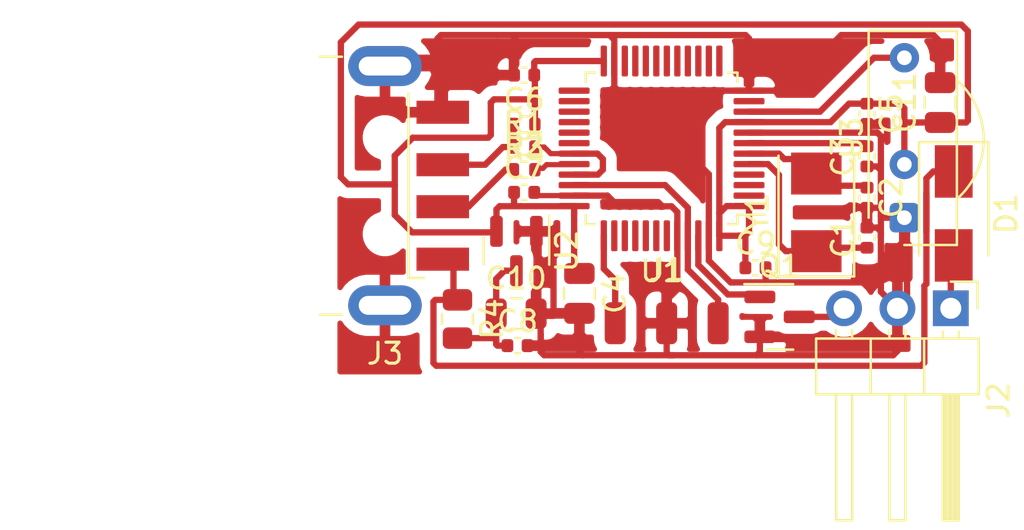
<source format=kicad_pcb>
(kicad_pcb (version 20171130) (host pcbnew 5.99.0+really5.1.10+dfsg1-1)

  (general
    (thickness 1.6)
    (drawings 0)
    (tracks 262)
    (zones 0)
    (modules 24)
    (nets 44)
  )

  (page A4)
  (layers
    (0 F.Cu signal)
    (31 B.Cu signal)
    (32 B.Adhes user)
    (33 F.Adhes user)
    (34 B.Paste user)
    (35 F.Paste user)
    (36 B.SilkS user)
    (37 F.SilkS user)
    (38 B.Mask user)
    (39 F.Mask user)
    (40 Dwgs.User user)
    (41 Cmts.User user)
    (42 Eco1.User user)
    (43 Eco2.User user)
    (44 Edge.Cuts user)
    (45 Margin user)
    (46 B.CrtYd user)
    (47 F.CrtYd user)
    (48 B.Fab user)
    (49 F.Fab user)
  )

  (setup
    (last_trace_width 0.3)
    (user_trace_width 0.3)
    (trace_clearance 0.2)
    (zone_clearance 0.508)
    (zone_45_only no)
    (trace_min 0.2)
    (via_size 0.8)
    (via_drill 0.4)
    (via_min_size 0.4)
    (via_min_drill 0.3)
    (uvia_size 0.3)
    (uvia_drill 0.1)
    (uvias_allowed no)
    (uvia_min_size 0.2)
    (uvia_min_drill 0.1)
    (edge_width 0.05)
    (segment_width 0.2)
    (pcb_text_width 0.3)
    (pcb_text_size 1.5 1.5)
    (mod_edge_width 0.12)
    (mod_text_size 1 1)
    (mod_text_width 0.15)
    (pad_size 1.524 1.524)
    (pad_drill 0.762)
    (pad_to_mask_clearance 0)
    (aux_axis_origin 0 0)
    (visible_elements FFFFFF7F)
    (pcbplotparams
      (layerselection 0x010fc_ffffffff)
      (usegerberextensions false)
      (usegerberattributes true)
      (usegerberadvancedattributes true)
      (creategerberjobfile true)
      (excludeedgelayer true)
      (linewidth 0.100000)
      (plotframeref false)
      (viasonmask false)
      (mode 1)
      (useauxorigin false)
      (hpglpennumber 1)
      (hpglpenspeed 20)
      (hpglpendiameter 15.000000)
      (psnegative false)
      (psa4output false)
      (plotreference true)
      (plotvalue true)
      (plotinvisibletext false)
      (padsonsilk false)
      (subtractmaskfromsilk false)
      (outputformat 1)
      (mirror false)
      (drillshape 1)
      (scaleselection 1)
      (outputdirectory ""))
  )

  (net 0 "")
  (net 1 GND)
  (net 2 "Net-(C1-Pad1)")
  (net 3 "Net-(C2-Pad1)")
  (net 4 "Net-(C3-Pad2)")
  (net 5 +3V3)
  (net 6 "Net-(C10-Pad1)")
  (net 7 "Net-(D1-Pad2)")
  (net 8 +5V)
  (net 9 "Net-(J2-Pad3)")
  (net 10 "Net-(J3-Pad3)")
  (net 11 "Net-(J3-Pad2)")
  (net 12 /PWR)
  (net 13 /DP)
  (net 14 /DM)
  (net 15 "Net-(U1-Pad43)")
  (net 16 "Net-(U1-Pad42)")
  (net 17 "Net-(U1-Pad41)")
  (net 18 "Net-(U1-Pad40)")
  (net 19 "Net-(U1-Pad39)")
  (net 20 "Net-(U1-Pad38)")
  (net 21 /SWCLK)
  (net 22 /SWDIO)
  (net 23 "Net-(U1-Pad30)")
  (net 24 "Net-(U1-Pad29)")
  (net 25 "Net-(U1-Pad27)")
  (net 26 "Net-(U1-Pad26)")
  (net 27 "Net-(U1-Pad25)")
  (net 28 "Net-(U1-Pad22)")
  (net 29 "Net-(U1-Pad21)")
  (net 30 "Net-(U1-Pad11)")
  (net 31 "Net-(U1-Pad4)")
  (net 32 "Net-(U1-Pad3)")
  (net 33 "Net-(U1-Pad2)")
  (net 34 "Net-(U1-Pad20)")
  (net 35 "Net-(U1-Pad19)")
  (net 36 "Net-(U1-Pad18)")
  (net 37 /IR)
  (net 38 "Net-(U1-Pad15)")
  (net 39 "Net-(U1-Pad14)")
  (net 40 "Net-(U1-Pad13)")
  (net 41 "Net-(U1-Pad28)")
  (net 42 "Net-(U1-Pad17)")
  (net 43 "Net-(U1-Pad16)")

  (net_class Default "This is the default net class."
    (clearance 0.2)
    (trace_width 0.25)
    (via_dia 0.8)
    (via_drill 0.4)
    (uvia_dia 0.3)
    (uvia_drill 0.1)
    (add_net +3V3)
    (add_net +5V)
    (add_net /DM)
    (add_net /DP)
    (add_net /IR)
    (add_net /PWR)
    (add_net /SWCLK)
    (add_net /SWDIO)
    (add_net GND)
    (add_net "Net-(C1-Pad1)")
    (add_net "Net-(C10-Pad1)")
    (add_net "Net-(C2-Pad1)")
    (add_net "Net-(C3-Pad2)")
    (add_net "Net-(D1-Pad2)")
    (add_net "Net-(J2-Pad3)")
    (add_net "Net-(J3-Pad2)")
    (add_net "Net-(J3-Pad3)")
    (add_net "Net-(U1-Pad11)")
    (add_net "Net-(U1-Pad13)")
    (add_net "Net-(U1-Pad14)")
    (add_net "Net-(U1-Pad15)")
    (add_net "Net-(U1-Pad16)")
    (add_net "Net-(U1-Pad17)")
    (add_net "Net-(U1-Pad18)")
    (add_net "Net-(U1-Pad19)")
    (add_net "Net-(U1-Pad2)")
    (add_net "Net-(U1-Pad20)")
    (add_net "Net-(U1-Pad21)")
    (add_net "Net-(U1-Pad22)")
    (add_net "Net-(U1-Pad25)")
    (add_net "Net-(U1-Pad26)")
    (add_net "Net-(U1-Pad27)")
    (add_net "Net-(U1-Pad28)")
    (add_net "Net-(U1-Pad29)")
    (add_net "Net-(U1-Pad3)")
    (add_net "Net-(U1-Pad30)")
    (add_net "Net-(U1-Pad38)")
    (add_net "Net-(U1-Pad39)")
    (add_net "Net-(U1-Pad4)")
    (add_net "Net-(U1-Pad40)")
    (add_net "Net-(U1-Pad41)")
    (add_net "Net-(U1-Pad42)")
    (add_net "Net-(U1-Pad43)")
  )

  (module Capacitor_SMD:C_0402_1005Metric (layer F.Cu) (tedit 5F68FEEE) (tstamp 62210070)
    (at 165.5064 59.0296)
    (descr "Capacitor SMD 0402 (1005 Metric), square (rectangular) end terminal, IPC_7351 nominal, (Body size source: IPC-SM-782 page 76, https://www.pcb-3d.com/wordpress/wp-content/uploads/ipc-sm-782a_amendment_1_and_2.pdf), generated with kicad-footprint-generator")
    (tags capacitor)
    (path /60BD5497)
    (attr smd)
    (fp_text reference C9 (at 0 -1.16) (layer F.SilkS)
      (effects (font (size 1 1) (thickness 0.15)))
    )
    (fp_text value 0.1uF (at 0 1.16) (layer F.Fab)
      (effects (font (size 1 1) (thickness 0.15)))
    )
    (fp_line (start 0.91 0.46) (end -0.91 0.46) (layer F.CrtYd) (width 0.05))
    (fp_line (start 0.91 -0.46) (end 0.91 0.46) (layer F.CrtYd) (width 0.05))
    (fp_line (start -0.91 -0.46) (end 0.91 -0.46) (layer F.CrtYd) (width 0.05))
    (fp_line (start -0.91 0.46) (end -0.91 -0.46) (layer F.CrtYd) (width 0.05))
    (fp_line (start -0.107836 0.36) (end 0.107836 0.36) (layer F.SilkS) (width 0.12))
    (fp_line (start -0.107836 -0.36) (end 0.107836 -0.36) (layer F.SilkS) (width 0.12))
    (fp_line (start 0.5 0.25) (end -0.5 0.25) (layer F.Fab) (width 0.1))
    (fp_line (start 0.5 -0.25) (end 0.5 0.25) (layer F.Fab) (width 0.1))
    (fp_line (start -0.5 -0.25) (end 0.5 -0.25) (layer F.Fab) (width 0.1))
    (fp_line (start -0.5 0.25) (end -0.5 -0.25) (layer F.Fab) (width 0.1))
    (fp_text user %R (at 0 0) (layer F.Fab)
      (effects (font (size 0.25 0.25) (thickness 0.04)))
    )
    (pad 2 smd roundrect (at 0.48 0) (size 0.56 0.62) (layers F.Cu F.Paste F.Mask) (roundrect_rratio 0.25)
      (net 1 GND))
    (pad 1 smd roundrect (at -0.48 0) (size 0.56 0.62) (layers F.Cu F.Paste F.Mask) (roundrect_rratio 0.25)
      (net 5 +3V3))
    (model ${KICAD6_3DMODEL_DIR}/Capacitor_SMD.3dshapes/C_0402_1005Metric.wrl
      (at (xyz 0 0 0))
      (scale (xyz 1 1 1))
      (rotate (xyz 0 0 0))
    )
  )

  (module Capacitor_SMD:C_0402_1005Metric (layer F.Cu) (tedit 5F68FEEE) (tstamp 6220DBAD)
    (at 154.178 62.738)
    (descr "Capacitor SMD 0402 (1005 Metric), square (rectangular) end terminal, IPC_7351 nominal, (Body size source: IPC-SM-782 page 76, https://www.pcb-3d.com/wordpress/wp-content/uploads/ipc-sm-782a_amendment_1_and_2.pdf), generated with kicad-footprint-generator")
    (tags capacitor)
    (path /60B9D265)
    (attr smd)
    (fp_text reference C8 (at 0 -1.16) (layer F.SilkS)
      (effects (font (size 1 1) (thickness 0.15)))
    )
    (fp_text value 0.1uF (at 0 1.16) (layer F.Fab)
      (effects (font (size 1 1) (thickness 0.15)))
    )
    (fp_line (start 0.91 0.46) (end -0.91 0.46) (layer F.CrtYd) (width 0.05))
    (fp_line (start 0.91 -0.46) (end 0.91 0.46) (layer F.CrtYd) (width 0.05))
    (fp_line (start -0.91 -0.46) (end 0.91 -0.46) (layer F.CrtYd) (width 0.05))
    (fp_line (start -0.91 0.46) (end -0.91 -0.46) (layer F.CrtYd) (width 0.05))
    (fp_line (start -0.107836 0.36) (end 0.107836 0.36) (layer F.SilkS) (width 0.12))
    (fp_line (start -0.107836 -0.36) (end 0.107836 -0.36) (layer F.SilkS) (width 0.12))
    (fp_line (start 0.5 0.25) (end -0.5 0.25) (layer F.Fab) (width 0.1))
    (fp_line (start 0.5 -0.25) (end 0.5 0.25) (layer F.Fab) (width 0.1))
    (fp_line (start -0.5 -0.25) (end 0.5 -0.25) (layer F.Fab) (width 0.1))
    (fp_line (start -0.5 0.25) (end -0.5 -0.25) (layer F.Fab) (width 0.1))
    (fp_text user %R (at 0 0) (layer F.Fab)
      (effects (font (size 0.25 0.25) (thickness 0.04)))
    )
    (pad 2 smd roundrect (at 0.48 0) (size 0.56 0.62) (layers F.Cu F.Paste F.Mask) (roundrect_rratio 0.25)
      (net 1 GND))
    (pad 1 smd roundrect (at -0.48 0) (size 0.56 0.62) (layers F.Cu F.Paste F.Mask) (roundrect_rratio 0.25)
      (net 6 "Net-(C10-Pad1)"))
    (model ${KICAD6_3DMODEL_DIR}/Capacitor_SMD.3dshapes/C_0402_1005Metric.wrl
      (at (xyz 0 0 0))
      (scale (xyz 1 1 1))
      (rotate (xyz 0 0 0))
    )
  )

  (module Capacitor_SMD:C_0402_1005Metric (layer F.Cu) (tedit 5F68FEEE) (tstamp 6220DB9C)
    (at 154.4955 55.4355)
    (descr "Capacitor SMD 0402 (1005 Metric), square (rectangular) end terminal, IPC_7351 nominal, (Body size source: IPC-SM-782 page 76, https://www.pcb-3d.com/wordpress/wp-content/uploads/ipc-sm-782a_amendment_1_and_2.pdf), generated with kicad-footprint-generator")
    (tags capacitor)
    (path /60BD4708)
    (attr smd)
    (fp_text reference C7 (at 0 -1.16) (layer F.SilkS)
      (effects (font (size 1 1) (thickness 0.15)))
    )
    (fp_text value 0.1uF (at 0 1.16) (layer F.Fab)
      (effects (font (size 1 1) (thickness 0.15)))
    )
    (fp_line (start 0.91 0.46) (end -0.91 0.46) (layer F.CrtYd) (width 0.05))
    (fp_line (start 0.91 -0.46) (end 0.91 0.46) (layer F.CrtYd) (width 0.05))
    (fp_line (start -0.91 -0.46) (end 0.91 -0.46) (layer F.CrtYd) (width 0.05))
    (fp_line (start -0.91 0.46) (end -0.91 -0.46) (layer F.CrtYd) (width 0.05))
    (fp_line (start -0.107836 0.36) (end 0.107836 0.36) (layer F.SilkS) (width 0.12))
    (fp_line (start -0.107836 -0.36) (end 0.107836 -0.36) (layer F.SilkS) (width 0.12))
    (fp_line (start 0.5 0.25) (end -0.5 0.25) (layer F.Fab) (width 0.1))
    (fp_line (start 0.5 -0.25) (end 0.5 0.25) (layer F.Fab) (width 0.1))
    (fp_line (start -0.5 -0.25) (end 0.5 -0.25) (layer F.Fab) (width 0.1))
    (fp_line (start -0.5 0.25) (end -0.5 -0.25) (layer F.Fab) (width 0.1))
    (fp_text user %R (at 0 0) (layer F.Fab)
      (effects (font (size 0.25 0.25) (thickness 0.04)))
    )
    (pad 2 smd roundrect (at 0.48 0) (size 0.56 0.62) (layers F.Cu F.Paste F.Mask) (roundrect_rratio 0.25)
      (net 1 GND))
    (pad 1 smd roundrect (at -0.48 0) (size 0.56 0.62) (layers F.Cu F.Paste F.Mask) (roundrect_rratio 0.25)
      (net 5 +3V3))
    (model ${KICAD6_3DMODEL_DIR}/Capacitor_SMD.3dshapes/C_0402_1005Metric.wrl
      (at (xyz 0 0 0))
      (scale (xyz 1 1 1))
      (rotate (xyz 0 0 0))
    )
  )

  (module Capacitor_SMD:C_0402_1005Metric (layer F.Cu) (tedit 5F68FEEE) (tstamp 6220DB8B)
    (at 154.4955 49.8475 180)
    (descr "Capacitor SMD 0402 (1005 Metric), square (rectangular) end terminal, IPC_7351 nominal, (Body size source: IPC-SM-782 page 76, https://www.pcb-3d.com/wordpress/wp-content/uploads/ipc-sm-782a_amendment_1_and_2.pdf), generated with kicad-footprint-generator")
    (tags capacitor)
    (path /60BD3987)
    (attr smd)
    (fp_text reference C6 (at 0 -1.16) (layer F.SilkS)
      (effects (font (size 1 1) (thickness 0.15)))
    )
    (fp_text value 0.1uF (at 0 1.16) (layer F.Fab)
      (effects (font (size 1 1) (thickness 0.15)))
    )
    (fp_line (start 0.91 0.46) (end -0.91 0.46) (layer F.CrtYd) (width 0.05))
    (fp_line (start 0.91 -0.46) (end 0.91 0.46) (layer F.CrtYd) (width 0.05))
    (fp_line (start -0.91 -0.46) (end 0.91 -0.46) (layer F.CrtYd) (width 0.05))
    (fp_line (start -0.91 0.46) (end -0.91 -0.46) (layer F.CrtYd) (width 0.05))
    (fp_line (start -0.107836 0.36) (end 0.107836 0.36) (layer F.SilkS) (width 0.12))
    (fp_line (start -0.107836 -0.36) (end 0.107836 -0.36) (layer F.SilkS) (width 0.12))
    (fp_line (start 0.5 0.25) (end -0.5 0.25) (layer F.Fab) (width 0.1))
    (fp_line (start 0.5 -0.25) (end 0.5 0.25) (layer F.Fab) (width 0.1))
    (fp_line (start -0.5 -0.25) (end 0.5 -0.25) (layer F.Fab) (width 0.1))
    (fp_line (start -0.5 0.25) (end -0.5 -0.25) (layer F.Fab) (width 0.1))
    (fp_text user %R (at 0 0) (layer F.Fab)
      (effects (font (size 0.25 0.25) (thickness 0.04)))
    )
    (pad 2 smd roundrect (at 0.48 0 180) (size 0.56 0.62) (layers F.Cu F.Paste F.Mask) (roundrect_rratio 0.25)
      (net 1 GND))
    (pad 1 smd roundrect (at -0.48 0 180) (size 0.56 0.62) (layers F.Cu F.Paste F.Mask) (roundrect_rratio 0.25)
      (net 5 +3V3))
    (model ${KICAD6_3DMODEL_DIR}/Capacitor_SMD.3dshapes/C_0402_1005Metric.wrl
      (at (xyz 0 0 0))
      (scale (xyz 1 1 1))
      (rotate (xyz 0 0 0))
    )
  )

  (module Capacitor_SMD:C_0402_1005Metric (layer F.Cu) (tedit 5F68FEEE) (tstamp 6220DB7A)
    (at 170.815 51.689 270)
    (descr "Capacitor SMD 0402 (1005 Metric), square (rectangular) end terminal, IPC_7351 nominal, (Body size source: IPC-SM-782 page 76, https://www.pcb-3d.com/wordpress/wp-content/uploads/ipc-sm-782a_amendment_1_and_2.pdf), generated with kicad-footprint-generator")
    (tags capacitor)
    (path /60BCC99C)
    (attr smd)
    (fp_text reference C5 (at 0 -1.16 90) (layer F.SilkS)
      (effects (font (size 1 1) (thickness 0.15)))
    )
    (fp_text value 0.1uF (at 0 1.16 90) (layer F.Fab)
      (effects (font (size 1 1) (thickness 0.15)))
    )
    (fp_line (start 0.91 0.46) (end -0.91 0.46) (layer F.CrtYd) (width 0.05))
    (fp_line (start 0.91 -0.46) (end 0.91 0.46) (layer F.CrtYd) (width 0.05))
    (fp_line (start -0.91 -0.46) (end 0.91 -0.46) (layer F.CrtYd) (width 0.05))
    (fp_line (start -0.91 0.46) (end -0.91 -0.46) (layer F.CrtYd) (width 0.05))
    (fp_line (start -0.107836 0.36) (end 0.107836 0.36) (layer F.SilkS) (width 0.12))
    (fp_line (start -0.107836 -0.36) (end 0.107836 -0.36) (layer F.SilkS) (width 0.12))
    (fp_line (start 0.5 0.25) (end -0.5 0.25) (layer F.Fab) (width 0.1))
    (fp_line (start 0.5 -0.25) (end 0.5 0.25) (layer F.Fab) (width 0.1))
    (fp_line (start -0.5 -0.25) (end 0.5 -0.25) (layer F.Fab) (width 0.1))
    (fp_line (start -0.5 0.25) (end -0.5 -0.25) (layer F.Fab) (width 0.1))
    (fp_text user %R (at 0 0 90) (layer F.Fab)
      (effects (font (size 0.25 0.25) (thickness 0.04)))
    )
    (pad 2 smd roundrect (at 0.48 0 270) (size 0.56 0.62) (layers F.Cu F.Paste F.Mask) (roundrect_rratio 0.25)
      (net 1 GND))
    (pad 1 smd roundrect (at -0.48 0 270) (size 0.56 0.62) (layers F.Cu F.Paste F.Mask) (roundrect_rratio 0.25)
      (net 5 +3V3))
    (model ${KICAD6_3DMODEL_DIR}/Capacitor_SMD.3dshapes/C_0402_1005Metric.wrl
      (at (xyz 0 0 0))
      (scale (xyz 1 1 1))
      (rotate (xyz 0 0 0))
    )
  )

  (module Capacitor_SMD:C_0402_1005Metric (layer F.Cu) (tedit 5F68FEEE) (tstamp 6220DB49)
    (at 170.815 53.721 90)
    (descr "Capacitor SMD 0402 (1005 Metric), square (rectangular) end terminal, IPC_7351 nominal, (Body size source: IPC-SM-782 page 76, https://www.pcb-3d.com/wordpress/wp-content/uploads/ipc-sm-782a_amendment_1_and_2.pdf), generated with kicad-footprint-generator")
    (tags capacitor)
    (path /60C06DEC)
    (attr smd)
    (fp_text reference C3 (at 0 -1.16 90) (layer F.SilkS)
      (effects (font (size 1 1) (thickness 0.15)))
    )
    (fp_text value 0.1uF (at 0 1.16 90) (layer F.Fab)
      (effects (font (size 1 1) (thickness 0.15)))
    )
    (fp_line (start 0.91 0.46) (end -0.91 0.46) (layer F.CrtYd) (width 0.05))
    (fp_line (start 0.91 -0.46) (end 0.91 0.46) (layer F.CrtYd) (width 0.05))
    (fp_line (start -0.91 -0.46) (end 0.91 -0.46) (layer F.CrtYd) (width 0.05))
    (fp_line (start -0.91 0.46) (end -0.91 -0.46) (layer F.CrtYd) (width 0.05))
    (fp_line (start -0.107836 0.36) (end 0.107836 0.36) (layer F.SilkS) (width 0.12))
    (fp_line (start -0.107836 -0.36) (end 0.107836 -0.36) (layer F.SilkS) (width 0.12))
    (fp_line (start 0.5 0.25) (end -0.5 0.25) (layer F.Fab) (width 0.1))
    (fp_line (start 0.5 -0.25) (end 0.5 0.25) (layer F.Fab) (width 0.1))
    (fp_line (start -0.5 -0.25) (end 0.5 -0.25) (layer F.Fab) (width 0.1))
    (fp_line (start -0.5 0.25) (end -0.5 -0.25) (layer F.Fab) (width 0.1))
    (fp_text user %R (at 0 0 90) (layer F.Fab)
      (effects (font (size 0.25 0.25) (thickness 0.04)))
    )
    (pad 2 smd roundrect (at 0.48 0 90) (size 0.56 0.62) (layers F.Cu F.Paste F.Mask) (roundrect_rratio 0.25)
      (net 4 "Net-(C3-Pad2)"))
    (pad 1 smd roundrect (at -0.48 0 90) (size 0.56 0.62) (layers F.Cu F.Paste F.Mask) (roundrect_rratio 0.25)
      (net 1 GND))
    (model ${KICAD6_3DMODEL_DIR}/Capacitor_SMD.3dshapes/C_0402_1005Metric.wrl
      (at (xyz 0 0 0))
      (scale (xyz 1 1 1))
      (rotate (xyz 0 0 0))
    )
  )

  (module Capacitor_SMD:C_0402_1005Metric (layer F.Cu) (tedit 5F68FEEE) (tstamp 6220DB38)
    (at 170.815 55.6895 270)
    (descr "Capacitor SMD 0402 (1005 Metric), square (rectangular) end terminal, IPC_7351 nominal, (Body size source: IPC-SM-782 page 76, https://www.pcb-3d.com/wordpress/wp-content/uploads/ipc-sm-782a_amendment_1_and_2.pdf), generated with kicad-footprint-generator")
    (tags capacitor)
    (path /60BBD52B)
    (attr smd)
    (fp_text reference C2 (at 0 -1.16 90) (layer F.SilkS)
      (effects (font (size 1 1) (thickness 0.15)))
    )
    (fp_text value 22p (at 0 1.16 90) (layer F.Fab)
      (effects (font (size 1 1) (thickness 0.15)))
    )
    (fp_line (start 0.91 0.46) (end -0.91 0.46) (layer F.CrtYd) (width 0.05))
    (fp_line (start 0.91 -0.46) (end 0.91 0.46) (layer F.CrtYd) (width 0.05))
    (fp_line (start -0.91 -0.46) (end 0.91 -0.46) (layer F.CrtYd) (width 0.05))
    (fp_line (start -0.91 0.46) (end -0.91 -0.46) (layer F.CrtYd) (width 0.05))
    (fp_line (start -0.107836 0.36) (end 0.107836 0.36) (layer F.SilkS) (width 0.12))
    (fp_line (start -0.107836 -0.36) (end 0.107836 -0.36) (layer F.SilkS) (width 0.12))
    (fp_line (start 0.5 0.25) (end -0.5 0.25) (layer F.Fab) (width 0.1))
    (fp_line (start 0.5 -0.25) (end 0.5 0.25) (layer F.Fab) (width 0.1))
    (fp_line (start -0.5 -0.25) (end 0.5 -0.25) (layer F.Fab) (width 0.1))
    (fp_line (start -0.5 0.25) (end -0.5 -0.25) (layer F.Fab) (width 0.1))
    (fp_text user %R (at 0 0 90) (layer F.Fab)
      (effects (font (size 0.25 0.25) (thickness 0.04)))
    )
    (pad 2 smd roundrect (at 0.48 0 270) (size 0.56 0.62) (layers F.Cu F.Paste F.Mask) (roundrect_rratio 0.25)
      (net 1 GND))
    (pad 1 smd roundrect (at -0.48 0 270) (size 0.56 0.62) (layers F.Cu F.Paste F.Mask) (roundrect_rratio 0.25)
      (net 3 "Net-(C2-Pad1)"))
    (model ${KICAD6_3DMODEL_DIR}/Capacitor_SMD.3dshapes/C_0402_1005Metric.wrl
      (at (xyz 0 0 0))
      (scale (xyz 1 1 1))
      (rotate (xyz 0 0 0))
    )
  )

  (module Capacitor_SMD:C_0402_1005Metric (layer F.Cu) (tedit 5F68FEEE) (tstamp 6220DB27)
    (at 170.815 57.5945 90)
    (descr "Capacitor SMD 0402 (1005 Metric), square (rectangular) end terminal, IPC_7351 nominal, (Body size source: IPC-SM-782 page 76, https://www.pcb-3d.com/wordpress/wp-content/uploads/ipc-sm-782a_amendment_1_and_2.pdf), generated with kicad-footprint-generator")
    (tags capacitor)
    (path /60BBCAE9)
    (attr smd)
    (fp_text reference C1 (at 0 -1.16 90) (layer F.SilkS)
      (effects (font (size 1 1) (thickness 0.15)))
    )
    (fp_text value 22p (at 0 1.16 90) (layer F.Fab)
      (effects (font (size 1 1) (thickness 0.15)))
    )
    (fp_line (start 0.91 0.46) (end -0.91 0.46) (layer F.CrtYd) (width 0.05))
    (fp_line (start 0.91 -0.46) (end 0.91 0.46) (layer F.CrtYd) (width 0.05))
    (fp_line (start -0.91 -0.46) (end 0.91 -0.46) (layer F.CrtYd) (width 0.05))
    (fp_line (start -0.91 0.46) (end -0.91 -0.46) (layer F.CrtYd) (width 0.05))
    (fp_line (start -0.107836 0.36) (end 0.107836 0.36) (layer F.SilkS) (width 0.12))
    (fp_line (start -0.107836 -0.36) (end 0.107836 -0.36) (layer F.SilkS) (width 0.12))
    (fp_line (start 0.5 0.25) (end -0.5 0.25) (layer F.Fab) (width 0.1))
    (fp_line (start 0.5 -0.25) (end 0.5 0.25) (layer F.Fab) (width 0.1))
    (fp_line (start -0.5 -0.25) (end 0.5 -0.25) (layer F.Fab) (width 0.1))
    (fp_line (start -0.5 0.25) (end -0.5 -0.25) (layer F.Fab) (width 0.1))
    (fp_text user %R (at 0 0 90) (layer F.Fab)
      (effects (font (size 0.25 0.25) (thickness 0.04)))
    )
    (pad 2 smd roundrect (at 0.48 0 90) (size 0.56 0.62) (layers F.Cu F.Paste F.Mask) (roundrect_rratio 0.25)
      (net 1 GND))
    (pad 1 smd roundrect (at -0.48 0 90) (size 0.56 0.62) (layers F.Cu F.Paste F.Mask) (roundrect_rratio 0.25)
      (net 2 "Net-(C1-Pad1)"))
    (model ${KICAD6_3DMODEL_DIR}/Capacitor_SMD.3dshapes/C_0402_1005Metric.wrl
      (at (xyz 0 0 0))
      (scale (xyz 1 1 1))
      (rotate (xyz 0 0 0))
    )
  )

  (module local:3WIRE_PADS (layer F.Cu) (tedit 5F60B96E) (tstamp 61EC9EB8)
    (at 161.2784 61.6712)
    (descr "Wire Pad, Square, SMD Pad,  5mm x 10mm,")
    (tags "MesurementPoint Square SMDPad 5mmx10mm ")
    (path /60BDE5E6)
    (attr virtual)
    (fp_text reference J1 (at 0 -2.54) (layer F.SilkS)
      (effects (font (size 1 1) (thickness 0.15)))
    )
    (fp_text value swd (at 0 2.54) (layer F.Fab)
      (effects (font (size 1 1) (thickness 0.15)))
    )
    (fp_line (start -3.08 -1.27) (end -1.82 -1.27) (layer F.Fab) (width 0.1))
    (fp_line (start -1.82 1.27) (end -3.08 1.27) (layer F.Fab) (width 0.1))
    (fp_line (start -3.08 1.27) (end -3.08 -1.27) (layer F.Fab) (width 0.1))
    (fp_line (start -3.08 1.27) (end -1.82 1.27) (layer F.CrtYd) (width 0.05))
    (fp_line (start -1.82 -1.27) (end -3.08 -1.27) (layer F.CrtYd) (width 0.05))
    (fp_line (start -3.08 -1.27) (end -3.08 1.27) (layer F.CrtYd) (width 0.05))
    (fp_line (start -1.82 1.27) (end -1.82 -1.27) (layer F.CrtYd) (width 0.05))
    (fp_line (start -1.82 -1.27) (end -1.82 1.27) (layer F.Fab) (width 0.1))
    (fp_line (start 1.82 -1.27) (end 3.08 -1.27) (layer F.Fab) (width 0.1))
    (fp_line (start 3.08 1.27) (end 1.82 1.27) (layer F.Fab) (width 0.1))
    (fp_line (start 1.82 1.27) (end 1.82 -1.27) (layer F.Fab) (width 0.1))
    (fp_line (start 1.82 1.27) (end 3.08 1.27) (layer F.CrtYd) (width 0.05))
    (fp_line (start 3.08 -1.27) (end 1.82 -1.27) (layer F.CrtYd) (width 0.05))
    (fp_line (start 1.82 -1.27) (end 1.82 1.27) (layer F.CrtYd) (width 0.05))
    (fp_line (start 3.08 1.27) (end 3.08 -1.27) (layer F.CrtYd) (width 0.05))
    (fp_line (start 3.08 -1.27) (end 3.08 1.27) (layer F.Fab) (width 0.1))
    (fp_line (start 0.63 -1.27) (end -0.63 -1.27) (layer F.CrtYd) (width 0.05))
    (fp_line (start 0.63 1.27) (end 0.63 -1.27) (layer F.CrtYd) (width 0.05))
    (fp_line (start -0.63 1.27) (end 0.63 1.27) (layer F.CrtYd) (width 0.05))
    (fp_line (start -0.63 -1.27) (end -0.63 1.27) (layer F.CrtYd) (width 0.05))
    (fp_line (start -0.63 -1.27) (end 0.63 -1.27) (layer F.Fab) (width 0.1))
    (fp_line (start 0.63 -1.27) (end 0.63 1.27) (layer F.Fab) (width 0.1))
    (fp_line (start 0.63 1.27) (end -0.63 1.27) (layer F.Fab) (width 0.1))
    (fp_line (start -0.63 1.27) (end -0.63 -1.27) (layer F.Fab) (width 0.1))
    (fp_text user %R (at 1.75 -5.25) (layer F.Fab)
      (effects (font (size 1 1) (thickness 0.15)))
    )
    (pad 1 smd roundrect (at -2.45 0) (size 1 2) (layers F.Cu F.Paste F.Mask) (roundrect_rratio 0.25)
      (net 21 /SWCLK))
    (pad 3 smd roundrect (at 2.45 0) (size 1 2) (layers F.Cu F.Paste F.Mask) (roundrect_rratio 0.25)
      (net 22 /SWDIO))
    (pad 2 smd roundrect (at 0 0) (size 1 2) (layers F.Cu F.Paste F.Mask) (roundrect_rratio 0.25)
      (net 1 GND))
  )

  (module Crystal:Crystal_SMD_5032-2Pin_5.0x3.2mm (layer F.Cu) (tedit 5A0FD1B2) (tstamp 61ECAD61)
    (at 168.402 56.388 90)
    (descr "SMD Crystal SERIES SMD2520/2 http://www.icbase.com/File/PDF/HKC/HKC00061008.pdf, 5.0x3.2mm^2 package")
    (tags "SMD SMT crystal")
    (path /60BB7B29)
    (attr smd)
    (fp_text reference Y1 (at 0 -2.8 90) (layer F.SilkS)
      (effects (font (size 1 1) (thickness 0.15)))
    )
    (fp_text value 8M (at 0 2.8 90) (layer F.Fab)
      (effects (font (size 1 1) (thickness 0.15)))
    )
    (fp_circle (center 0 0) (end 0.093333 0) (layer F.Adhes) (width 0.186667))
    (fp_circle (center 0 0) (end 0.213333 0) (layer F.Adhes) (width 0.133333))
    (fp_circle (center 0 0) (end 0.333333 0) (layer F.Adhes) (width 0.133333))
    (fp_circle (center 0 0) (end 0.4 0) (layer F.Adhes) (width 0.1))
    (fp_line (start 3.1 -1.9) (end -3.1 -1.9) (layer F.CrtYd) (width 0.05))
    (fp_line (start 3.1 1.9) (end 3.1 -1.9) (layer F.CrtYd) (width 0.05))
    (fp_line (start -3.1 1.9) (end 3.1 1.9) (layer F.CrtYd) (width 0.05))
    (fp_line (start -3.1 -1.9) (end -3.1 1.9) (layer F.CrtYd) (width 0.05))
    (fp_line (start -3.05 1.8) (end 2.7 1.8) (layer F.SilkS) (width 0.12))
    (fp_line (start -3.05 -1.8) (end -3.05 1.8) (layer F.SilkS) (width 0.12))
    (fp_line (start 2.7 -1.8) (end -3.05 -1.8) (layer F.SilkS) (width 0.12))
    (fp_line (start -2.5 0.6) (end -1.5 1.6) (layer F.Fab) (width 0.1))
    (fp_line (start -2.5 -1.4) (end -2.3 -1.6) (layer F.Fab) (width 0.1))
    (fp_line (start -2.5 1.4) (end -2.5 -1.4) (layer F.Fab) (width 0.1))
    (fp_line (start -2.3 1.6) (end -2.5 1.4) (layer F.Fab) (width 0.1))
    (fp_line (start 2.3 1.6) (end -2.3 1.6) (layer F.Fab) (width 0.1))
    (fp_line (start 2.5 1.4) (end 2.3 1.6) (layer F.Fab) (width 0.1))
    (fp_line (start 2.5 -1.4) (end 2.5 1.4) (layer F.Fab) (width 0.1))
    (fp_line (start 2.3 -1.6) (end 2.5 -1.4) (layer F.Fab) (width 0.1))
    (fp_line (start -2.3 -1.6) (end 2.3 -1.6) (layer F.Fab) (width 0.1))
    (fp_text user %R (at 0 0 90) (layer F.Fab)
      (effects (font (size 1 1) (thickness 0.15)))
    )
    (pad 2 smd rect (at 1.85 0 90) (size 2 2.4) (layers F.Cu F.Paste F.Mask)
      (net 3 "Net-(C2-Pad1)"))
    (pad 1 smd rect (at -1.85 0 90) (size 2 2.4) (layers F.Cu F.Paste F.Mask)
      (net 2 "Net-(C1-Pad1)"))
    (model ${KICAD6_3DMODEL_DIR}/Crystal.3dshapes/Crystal_SMD_5032-2Pin_5.0x3.2mm.wrl
      (at (xyz 0 0 0))
      (scale (xyz 1 1 1))
      (rotate (xyz 0 0 0))
    )
  )

  (module OptoDevice:Vishay_CAST-3Pin (layer F.Cu) (tedit 5B88841D) (tstamp 61EC9642)
    (at 172.593 56.642 90)
    (descr "IR Receiver Vishay TSOP-xxxx, CAST package, see https://www.vishay.com/docs/82493/tsop311.pdf")
    (tags "IRReceiverVishayTSOP-xxxx CAST")
    (path /61EC21C1)
    (fp_text reference U3 (at 3.8 -2.5 90) (layer F.SilkS)
      (effects (font (size 1 1) (thickness 0.15)))
    )
    (fp_text value TSOP17xx (at 3.4 4.8 270) (layer F.Fab)
      (effects (font (size 1 1) (thickness 0.15)))
    )
    (fp_line (start -0.2 -1.6) (end -1.2 -0.6) (layer F.Fab) (width 0.1))
    (fp_line (start 9.05 3.88) (end -1.45 3.88) (layer F.CrtYd) (width 0.05))
    (fp_line (start 9.05 3.88) (end 9.05 -1.85) (layer F.CrtYd) (width 0.05))
    (fp_line (start -1.45 -1.85) (end -1.45 3.88) (layer F.CrtYd) (width 0.05))
    (fp_line (start -1.45 -1.85) (end 9.05 -1.85) (layer F.CrtYd) (width 0.05))
    (fp_line (start -1.2 2.4) (end -1.2 -0.6) (layer F.Fab) (width 0.1))
    (fp_line (start 8.8 2.4) (end -1.2 2.4) (layer F.Fab) (width 0.1))
    (fp_line (start 8.8 -1.6) (end 8.8 2.4) (layer F.Fab) (width 0.1))
    (fp_line (start -0.2 -1.6) (end 8.8 -1.6) (layer F.Fab) (width 0.1))
    (fp_line (start -1.3 2.5) (end 0.9 2.5) (layer F.SilkS) (width 0.12))
    (fp_line (start -1.3 0) (end -1.3 2.5) (layer F.SilkS) (width 0.12))
    (fp_line (start 8.9 -1.7) (end 0 -1.7) (layer F.SilkS) (width 0.12))
    (fp_line (start 8.9 2.5) (end 8.9 -1.7) (layer F.SilkS) (width 0.12))
    (fp_line (start 6.5 2.5) (end 8.9 2.5) (layer F.SilkS) (width 0.12))
    (fp_line (start 0.9 2.5) (end 6.6 2.5) (layer F.SilkS) (width 0.12))
    (fp_arc (start 3.72 -0.15) (end 6.47 2.45) (angle 93.5) (layer F.Fab) (width 0.1))
    (fp_arc (start 3.72 0) (end 6.55 2.5) (angle 97) (layer F.SilkS) (width 0.12))
    (fp_text user %R (at 3.8 1.017 90) (layer F.Fab)
      (effects (font (size 1 1) (thickness 0.15)))
    )
    (pad 3 thru_hole circle (at 7.62 0 90) (size 1.4 1.4) (drill 0.7) (layers *.Cu *.Mask)
      (net 37 /IR))
    (pad 2 thru_hole circle (at 2.54 0 90) (size 1.4 1.4) (drill 0.7) (layers *.Cu *.Mask)
      (net 5 +3V3))
    (pad 1 thru_hole roundrect (at 0 0 90) (size 1.4 1.4) (drill 0.7) (layers *.Cu *.Mask) (roundrect_rratio 0.178)
      (net 1 GND))
    (model ${KICAD6_3DMODEL_DIR}/OptoDevice.3dshapes/Vishay_CAST-3Pin.wrl
      (at (xyz 0 0 0))
      (scale (xyz 1 1 1))
      (rotate (xyz 0 0 0))
    )
  )

  (module Package_TO_SOT_SMD:SOT-23 (layer F.Cu) (tedit 5FA16958) (tstamp 622120E0)
    (at 154.1272 58.2295 270)
    (descr "SOT, 3 Pin (https://www.jedec.org/system/files/docs/to-236h.pdf variant AB), generated with kicad-footprint-generator ipc_gullwing_generator.py")
    (tags "SOT TO_SOT_SMD")
    (path /61038F36)
    (attr smd)
    (fp_text reference U2 (at 0 -2.4 90) (layer F.SilkS)
      (effects (font (size 1 1) (thickness 0.15)))
    )
    (fp_text value XC6206-33 (at 0 2.4 90) (layer F.Fab)
      (effects (font (size 1 1) (thickness 0.15)))
    )
    (fp_line (start 1.92 -1.7) (end -1.92 -1.7) (layer F.CrtYd) (width 0.05))
    (fp_line (start 1.92 1.7) (end 1.92 -1.7) (layer F.CrtYd) (width 0.05))
    (fp_line (start -1.92 1.7) (end 1.92 1.7) (layer F.CrtYd) (width 0.05))
    (fp_line (start -1.92 -1.7) (end -1.92 1.7) (layer F.CrtYd) (width 0.05))
    (fp_line (start -0.65 -1.125) (end -0.325 -1.45) (layer F.Fab) (width 0.1))
    (fp_line (start -0.65 1.45) (end -0.65 -1.125) (layer F.Fab) (width 0.1))
    (fp_line (start 0.65 1.45) (end -0.65 1.45) (layer F.Fab) (width 0.1))
    (fp_line (start 0.65 -1.45) (end 0.65 1.45) (layer F.Fab) (width 0.1))
    (fp_line (start -0.325 -1.45) (end 0.65 -1.45) (layer F.Fab) (width 0.1))
    (fp_line (start 0 -1.56) (end -1.675 -1.56) (layer F.SilkS) (width 0.12))
    (fp_line (start 0 -1.56) (end 0.65 -1.56) (layer F.SilkS) (width 0.12))
    (fp_line (start 0 1.56) (end -0.65 1.56) (layer F.SilkS) (width 0.12))
    (fp_line (start 0 1.56) (end 0.65 1.56) (layer F.SilkS) (width 0.12))
    (fp_text user %R (at 0 0 90) (layer F.Fab)
      (effects (font (size 0.32 0.32) (thickness 0.05)))
    )
    (pad 3 smd roundrect (at 0.9375 0 270) (size 1.475 0.6) (layers F.Cu F.Paste F.Mask) (roundrect_rratio 0.25)
      (net 6 "Net-(C10-Pad1)"))
    (pad 2 smd roundrect (at -0.9375 0.95 270) (size 1.475 0.6) (layers F.Cu F.Paste F.Mask) (roundrect_rratio 0.25)
      (net 5 +3V3))
    (pad 1 smd roundrect (at -0.9375 -0.95 270) (size 1.475 0.6) (layers F.Cu F.Paste F.Mask) (roundrect_rratio 0.25)
      (net 1 GND))
    (model ${KICAD6_3DMODEL_DIR}/Package_TO_SOT_SMD.3dshapes/SOT-23.wrl
      (at (xyz 0 0 0))
      (scale (xyz 1 1 1))
      (rotate (xyz 0 0 0))
    )
  )

  (module Package_QFP:LQFP-48_7x7mm_P0.5mm (layer F.Cu) (tedit 5D9F72AF) (tstamp 61ECA624)
    (at 161.036 53.34 180)
    (descr "LQFP, 48 Pin (https://www.analog.com/media/en/technical-documentation/data-sheets/ltc2358-16.pdf), generated with kicad-footprint-generator ipc_gullwing_generator.py")
    (tags "LQFP QFP")
    (path /60B9067D)
    (attr smd)
    (fp_text reference U1 (at 0 -5.85) (layer F.SilkS)
      (effects (font (size 1 1) (thickness 0.15)))
    )
    (fp_text value STM32F103C8Tx_usb (at 0 5.85) (layer F.Fab)
      (effects (font (size 1 1) (thickness 0.15)))
    )
    (fp_line (start 5.15 3.15) (end 5.15 0) (layer F.CrtYd) (width 0.05))
    (fp_line (start 3.75 3.15) (end 5.15 3.15) (layer F.CrtYd) (width 0.05))
    (fp_line (start 3.75 3.75) (end 3.75 3.15) (layer F.CrtYd) (width 0.05))
    (fp_line (start 3.15 3.75) (end 3.75 3.75) (layer F.CrtYd) (width 0.05))
    (fp_line (start 3.15 5.15) (end 3.15 3.75) (layer F.CrtYd) (width 0.05))
    (fp_line (start 0 5.15) (end 3.15 5.15) (layer F.CrtYd) (width 0.05))
    (fp_line (start -5.15 3.15) (end -5.15 0) (layer F.CrtYd) (width 0.05))
    (fp_line (start -3.75 3.15) (end -5.15 3.15) (layer F.CrtYd) (width 0.05))
    (fp_line (start -3.75 3.75) (end -3.75 3.15) (layer F.CrtYd) (width 0.05))
    (fp_line (start -3.15 3.75) (end -3.75 3.75) (layer F.CrtYd) (width 0.05))
    (fp_line (start -3.15 5.15) (end -3.15 3.75) (layer F.CrtYd) (width 0.05))
    (fp_line (start 0 5.15) (end -3.15 5.15) (layer F.CrtYd) (width 0.05))
    (fp_line (start 5.15 -3.15) (end 5.15 0) (layer F.CrtYd) (width 0.05))
    (fp_line (start 3.75 -3.15) (end 5.15 -3.15) (layer F.CrtYd) (width 0.05))
    (fp_line (start 3.75 -3.75) (end 3.75 -3.15) (layer F.CrtYd) (width 0.05))
    (fp_line (start 3.15 -3.75) (end 3.75 -3.75) (layer F.CrtYd) (width 0.05))
    (fp_line (start 3.15 -5.15) (end 3.15 -3.75) (layer F.CrtYd) (width 0.05))
    (fp_line (start 0 -5.15) (end 3.15 -5.15) (layer F.CrtYd) (width 0.05))
    (fp_line (start -5.15 -3.15) (end -5.15 0) (layer F.CrtYd) (width 0.05))
    (fp_line (start -3.75 -3.15) (end -5.15 -3.15) (layer F.CrtYd) (width 0.05))
    (fp_line (start -3.75 -3.75) (end -3.75 -3.15) (layer F.CrtYd) (width 0.05))
    (fp_line (start -3.15 -3.75) (end -3.75 -3.75) (layer F.CrtYd) (width 0.05))
    (fp_line (start -3.15 -5.15) (end -3.15 -3.75) (layer F.CrtYd) (width 0.05))
    (fp_line (start 0 -5.15) (end -3.15 -5.15) (layer F.CrtYd) (width 0.05))
    (fp_line (start -3.5 -2.5) (end -2.5 -3.5) (layer F.Fab) (width 0.1))
    (fp_line (start -3.5 3.5) (end -3.5 -2.5) (layer F.Fab) (width 0.1))
    (fp_line (start 3.5 3.5) (end -3.5 3.5) (layer F.Fab) (width 0.1))
    (fp_line (start 3.5 -3.5) (end 3.5 3.5) (layer F.Fab) (width 0.1))
    (fp_line (start -2.5 -3.5) (end 3.5 -3.5) (layer F.Fab) (width 0.1))
    (fp_line (start -3.61 -3.16) (end -4.9 -3.16) (layer F.SilkS) (width 0.12))
    (fp_line (start -3.61 -3.61) (end -3.61 -3.16) (layer F.SilkS) (width 0.12))
    (fp_line (start -3.16 -3.61) (end -3.61 -3.61) (layer F.SilkS) (width 0.12))
    (fp_line (start 3.61 -3.61) (end 3.61 -3.16) (layer F.SilkS) (width 0.12))
    (fp_line (start 3.16 -3.61) (end 3.61 -3.61) (layer F.SilkS) (width 0.12))
    (fp_line (start -3.61 3.61) (end -3.61 3.16) (layer F.SilkS) (width 0.12))
    (fp_line (start -3.16 3.61) (end -3.61 3.61) (layer F.SilkS) (width 0.12))
    (fp_line (start 3.61 3.61) (end 3.61 3.16) (layer F.SilkS) (width 0.12))
    (fp_line (start 3.16 3.61) (end 3.61 3.61) (layer F.SilkS) (width 0.12))
    (fp_text user %R (at 0 0) (layer F.Fab)
      (effects (font (size 1 1) (thickness 0.15)))
    )
    (pad 48 smd roundrect (at -2.75 -4.1625 180) (size 0.3 1.475) (layers F.Cu F.Paste F.Mask) (roundrect_rratio 0.25)
      (net 5 +3V3))
    (pad 47 smd roundrect (at -2.25 -4.1625 180) (size 0.3 1.475) (layers F.Cu F.Paste F.Mask) (roundrect_rratio 0.25)
      (net 1 GND))
    (pad 46 smd roundrect (at -1.75 -4.1625 180) (size 0.3 1.475) (layers F.Cu F.Paste F.Mask) (roundrect_rratio 0.25)
      (net 12 /PWR))
    (pad 45 smd roundrect (at -1.25 -4.1625 180) (size 0.3 1.475) (layers F.Cu F.Paste F.Mask) (roundrect_rratio 0.25)
      (net 22 /SWDIO))
    (pad 44 smd roundrect (at -0.75 -4.1625 180) (size 0.3 1.475) (layers F.Cu F.Paste F.Mask) (roundrect_rratio 0.25)
      (net 1 GND))
    (pad 43 smd roundrect (at -0.25 -4.1625 180) (size 0.3 1.475) (layers F.Cu F.Paste F.Mask) (roundrect_rratio 0.25)
      (net 15 "Net-(U1-Pad43)"))
    (pad 42 smd roundrect (at 0.25 -4.1625 180) (size 0.3 1.475) (layers F.Cu F.Paste F.Mask) (roundrect_rratio 0.25)
      (net 16 "Net-(U1-Pad42)"))
    (pad 41 smd roundrect (at 0.75 -4.1625 180) (size 0.3 1.475) (layers F.Cu F.Paste F.Mask) (roundrect_rratio 0.25)
      (net 17 "Net-(U1-Pad41)"))
    (pad 40 smd roundrect (at 1.25 -4.1625 180) (size 0.3 1.475) (layers F.Cu F.Paste F.Mask) (roundrect_rratio 0.25)
      (net 18 "Net-(U1-Pad40)"))
    (pad 39 smd roundrect (at 1.75 -4.1625 180) (size 0.3 1.475) (layers F.Cu F.Paste F.Mask) (roundrect_rratio 0.25)
      (net 19 "Net-(U1-Pad39)"))
    (pad 38 smd roundrect (at 2.25 -4.1625 180) (size 0.3 1.475) (layers F.Cu F.Paste F.Mask) (roundrect_rratio 0.25)
      (net 20 "Net-(U1-Pad38)"))
    (pad 37 smd roundrect (at 2.75 -4.1625 180) (size 0.3 1.475) (layers F.Cu F.Paste F.Mask) (roundrect_rratio 0.25)
      (net 21 /SWCLK))
    (pad 36 smd roundrect (at 4.1625 -2.75 180) (size 1.475 0.3) (layers F.Cu F.Paste F.Mask) (roundrect_rratio 0.25)
      (net 5 +3V3))
    (pad 35 smd roundrect (at 4.1625 -2.25 180) (size 1.475 0.3) (layers F.Cu F.Paste F.Mask) (roundrect_rratio 0.25)
      (net 1 GND))
    (pad 34 smd roundrect (at 4.1625 -1.75 180) (size 1.475 0.3) (layers F.Cu F.Paste F.Mask) (roundrect_rratio 0.25)
      (net 22 /SWDIO))
    (pad 33 smd roundrect (at 4.1625 -1.25 180) (size 1.475 0.3) (layers F.Cu F.Paste F.Mask) (roundrect_rratio 0.25)
      (net 13 /DP))
    (pad 32 smd roundrect (at 4.1625 -0.75 180) (size 1.475 0.3) (layers F.Cu F.Paste F.Mask) (roundrect_rratio 0.25)
      (net 14 /DM))
    (pad 31 smd roundrect (at 4.1625 -0.25 180) (size 1.475 0.3) (layers F.Cu F.Paste F.Mask) (roundrect_rratio 0.25)
      (net 13 /DP))
    (pad 30 smd roundrect (at 4.1625 0.25 180) (size 1.475 0.3) (layers F.Cu F.Paste F.Mask) (roundrect_rratio 0.25)
      (net 23 "Net-(U1-Pad30)"))
    (pad 29 smd roundrect (at 4.1625 0.75 180) (size 1.475 0.3) (layers F.Cu F.Paste F.Mask) (roundrect_rratio 0.25)
      (net 24 "Net-(U1-Pad29)"))
    (pad 28 smd roundrect (at 4.1625 1.25 180) (size 1.475 0.3) (layers F.Cu F.Paste F.Mask) (roundrect_rratio 0.25)
      (net 41 "Net-(U1-Pad28)"))
    (pad 27 smd roundrect (at 4.1625 1.75 180) (size 1.475 0.3) (layers F.Cu F.Paste F.Mask) (roundrect_rratio 0.25)
      (net 25 "Net-(U1-Pad27)"))
    (pad 26 smd roundrect (at 4.1625 2.25 180) (size 1.475 0.3) (layers F.Cu F.Paste F.Mask) (roundrect_rratio 0.25)
      (net 26 "Net-(U1-Pad26)"))
    (pad 25 smd roundrect (at 4.1625 2.75 180) (size 1.475 0.3) (layers F.Cu F.Paste F.Mask) (roundrect_rratio 0.25)
      (net 27 "Net-(U1-Pad25)"))
    (pad 24 smd roundrect (at 2.75 4.1625 180) (size 0.3 1.475) (layers F.Cu F.Paste F.Mask) (roundrect_rratio 0.25)
      (net 5 +3V3))
    (pad 23 smd roundrect (at 2.25 4.1625 180) (size 0.3 1.475) (layers F.Cu F.Paste F.Mask) (roundrect_rratio 0.25)
      (net 1 GND))
    (pad 22 smd roundrect (at 1.75 4.1625 180) (size 0.3 1.475) (layers F.Cu F.Paste F.Mask) (roundrect_rratio 0.25)
      (net 28 "Net-(U1-Pad22)"))
    (pad 21 smd roundrect (at 1.25 4.1625 180) (size 0.3 1.475) (layers F.Cu F.Paste F.Mask) (roundrect_rratio 0.25)
      (net 29 "Net-(U1-Pad21)"))
    (pad 20 smd roundrect (at 0.75 4.1625 180) (size 0.3 1.475) (layers F.Cu F.Paste F.Mask) (roundrect_rratio 0.25)
      (net 34 "Net-(U1-Pad20)"))
    (pad 19 smd roundrect (at 0.25 4.1625 180) (size 0.3 1.475) (layers F.Cu F.Paste F.Mask) (roundrect_rratio 0.25)
      (net 35 "Net-(U1-Pad19)"))
    (pad 18 smd roundrect (at -0.25 4.1625 180) (size 0.3 1.475) (layers F.Cu F.Paste F.Mask) (roundrect_rratio 0.25)
      (net 36 "Net-(U1-Pad18)"))
    (pad 17 smd roundrect (at -0.75 4.1625 180) (size 0.3 1.475) (layers F.Cu F.Paste F.Mask) (roundrect_rratio 0.25)
      (net 42 "Net-(U1-Pad17)"))
    (pad 16 smd roundrect (at -1.25 4.1625 180) (size 0.3 1.475) (layers F.Cu F.Paste F.Mask) (roundrect_rratio 0.25)
      (net 43 "Net-(U1-Pad16)"))
    (pad 15 smd roundrect (at -1.75 4.1625 180) (size 0.3 1.475) (layers F.Cu F.Paste F.Mask) (roundrect_rratio 0.25)
      (net 38 "Net-(U1-Pad15)"))
    (pad 14 smd roundrect (at -2.25 4.1625 180) (size 0.3 1.475) (layers F.Cu F.Paste F.Mask) (roundrect_rratio 0.25)
      (net 39 "Net-(U1-Pad14)"))
    (pad 13 smd roundrect (at -2.75 4.1625 180) (size 0.3 1.475) (layers F.Cu F.Paste F.Mask) (roundrect_rratio 0.25)
      (net 40 "Net-(U1-Pad13)"))
    (pad 12 smd roundrect (at -4.1625 2.75 180) (size 1.475 0.3) (layers F.Cu F.Paste F.Mask) (roundrect_rratio 0.25)
      (net 1 GND))
    (pad 11 smd roundrect (at -4.1625 2.25 180) (size 1.475 0.3) (layers F.Cu F.Paste F.Mask) (roundrect_rratio 0.25)
      (net 30 "Net-(U1-Pad11)"))
    (pad 10 smd roundrect (at -4.1625 1.75 180) (size 1.475 0.3) (layers F.Cu F.Paste F.Mask) (roundrect_rratio 0.25)
      (net 37 /IR))
    (pad 9 smd roundrect (at -4.1625 1.25 180) (size 1.475 0.3) (layers F.Cu F.Paste F.Mask) (roundrect_rratio 0.25)
      (net 5 +3V3))
    (pad 8 smd roundrect (at -4.1625 0.75 180) (size 1.475 0.3) (layers F.Cu F.Paste F.Mask) (roundrect_rratio 0.25)
      (net 1 GND))
    (pad 7 smd roundrect (at -4.1625 0.25 180) (size 1.475 0.3) (layers F.Cu F.Paste F.Mask) (roundrect_rratio 0.25)
      (net 4 "Net-(C3-Pad2)"))
    (pad 6 smd roundrect (at -4.1625 -0.25 180) (size 1.475 0.3) (layers F.Cu F.Paste F.Mask) (roundrect_rratio 0.25)
      (net 3 "Net-(C2-Pad1)"))
    (pad 5 smd roundrect (at -4.1625 -0.75 180) (size 1.475 0.3) (layers F.Cu F.Paste F.Mask) (roundrect_rratio 0.25)
      (net 2 "Net-(C1-Pad1)"))
    (pad 4 smd roundrect (at -4.1625 -1.25 180) (size 1.475 0.3) (layers F.Cu F.Paste F.Mask) (roundrect_rratio 0.25)
      (net 31 "Net-(U1-Pad4)"))
    (pad 3 smd roundrect (at -4.1625 -1.75 180) (size 1.475 0.3) (layers F.Cu F.Paste F.Mask) (roundrect_rratio 0.25)
      (net 32 "Net-(U1-Pad3)"))
    (pad 2 smd roundrect (at -4.1625 -2.25 180) (size 1.475 0.3) (layers F.Cu F.Paste F.Mask) (roundrect_rratio 0.25)
      (net 33 "Net-(U1-Pad2)"))
    (pad 1 smd roundrect (at -4.1625 -2.75 180) (size 1.475 0.3) (layers F.Cu F.Paste F.Mask) (roundrect_rratio 0.25)
      (net 5 +3V3))
    (model ${KICAD6_3DMODEL_DIR}/Package_QFP.3dshapes/LQFP-48_7x7mm_P0.5mm.wrl
      (at (xyz 0 0 0))
      (scale (xyz 1 1 1))
      (rotate (xyz 0 0 0))
    )
  )

  (module Resistor_SMD:R_0805_2012Metric (layer F.Cu) (tedit 5F68FEEE) (tstamp 61EC95B9)
    (at 151.3205 61.468 270)
    (descr "Resistor SMD 0805 (2012 Metric), square (rectangular) end terminal, IPC_7351 nominal, (Body size source: IPC-SM-782 page 72, https://www.pcb-3d.com/wordpress/wp-content/uploads/ipc-sm-782a_amendment_1_and_2.pdf), generated with kicad-footprint-generator")
    (tags resistor)
    (path /60BAA748)
    (attr smd)
    (fp_text reference R4 (at 0 -1.65 90) (layer F.SilkS)
      (effects (font (size 1 1) (thickness 0.15)))
    )
    (fp_text value 10 (at 0 1.65 90) (layer F.Fab)
      (effects (font (size 1 1) (thickness 0.15)))
    )
    (fp_line (start 1.68 0.95) (end -1.68 0.95) (layer F.CrtYd) (width 0.05))
    (fp_line (start 1.68 -0.95) (end 1.68 0.95) (layer F.CrtYd) (width 0.05))
    (fp_line (start -1.68 -0.95) (end 1.68 -0.95) (layer F.CrtYd) (width 0.05))
    (fp_line (start -1.68 0.95) (end -1.68 -0.95) (layer F.CrtYd) (width 0.05))
    (fp_line (start -0.227064 0.735) (end 0.227064 0.735) (layer F.SilkS) (width 0.12))
    (fp_line (start -0.227064 -0.735) (end 0.227064 -0.735) (layer F.SilkS) (width 0.12))
    (fp_line (start 1 0.625) (end -1 0.625) (layer F.Fab) (width 0.1))
    (fp_line (start 1 -0.625) (end 1 0.625) (layer F.Fab) (width 0.1))
    (fp_line (start -1 -0.625) (end 1 -0.625) (layer F.Fab) (width 0.1))
    (fp_line (start -1 0.625) (end -1 -0.625) (layer F.Fab) (width 0.1))
    (fp_text user %R (at 0 0 90) (layer F.Fab)
      (effects (font (size 0.5 0.5) (thickness 0.08)))
    )
    (pad 2 smd roundrect (at 0.9125 0 270) (size 1.025 1.4) (layers F.Cu F.Paste F.Mask) (roundrect_rratio 0.243902)
      (net 6 "Net-(C10-Pad1)"))
    (pad 1 smd roundrect (at -0.9125 0 270) (size 1.025 1.4) (layers F.Cu F.Paste F.Mask) (roundrect_rratio 0.243902)
      (net 8 +5V))
    (model ${KICAD6_3DMODEL_DIR}/Resistor_SMD.3dshapes/R_0805_2012Metric.wrl
      (at (xyz 0 0 0))
      (scale (xyz 1 1 1))
      (rotate (xyz 0 0 0))
    )
  )

  (module Resistor_SMD:R_0402_1005Metric (layer F.Cu) (tedit 5F68FEEE) (tstamp 61EC95A8)
    (at 154.4955 52.197 180)
    (descr "Resistor SMD 0402 (1005 Metric), square (rectangular) end terminal, IPC_7351 nominal, (Body size source: IPC-SM-782 page 72, https://www.pcb-3d.com/wordpress/wp-content/uploads/ipc-sm-782a_amendment_1_and_2.pdf), generated with kicad-footprint-generator")
    (tags resistor)
    (path /60B98022)
    (attr smd)
    (fp_text reference R3 (at 0 -1.17) (layer F.SilkS)
      (effects (font (size 1 1) (thickness 0.15)))
    )
    (fp_text value 4.7k (at 0 1.17) (layer F.Fab)
      (effects (font (size 1 1) (thickness 0.15)))
    )
    (fp_line (start 0.93 0.47) (end -0.93 0.47) (layer F.CrtYd) (width 0.05))
    (fp_line (start 0.93 -0.47) (end 0.93 0.47) (layer F.CrtYd) (width 0.05))
    (fp_line (start -0.93 -0.47) (end 0.93 -0.47) (layer F.CrtYd) (width 0.05))
    (fp_line (start -0.93 0.47) (end -0.93 -0.47) (layer F.CrtYd) (width 0.05))
    (fp_line (start -0.153641 0.38) (end 0.153641 0.38) (layer F.SilkS) (width 0.12))
    (fp_line (start -0.153641 -0.38) (end 0.153641 -0.38) (layer F.SilkS) (width 0.12))
    (fp_line (start 0.525 0.27) (end -0.525 0.27) (layer F.Fab) (width 0.1))
    (fp_line (start 0.525 -0.27) (end 0.525 0.27) (layer F.Fab) (width 0.1))
    (fp_line (start -0.525 -0.27) (end 0.525 -0.27) (layer F.Fab) (width 0.1))
    (fp_line (start -0.525 0.27) (end -0.525 -0.27) (layer F.Fab) (width 0.1))
    (fp_text user %R (at 0 0) (layer F.Fab)
      (effects (font (size 0.26 0.26) (thickness 0.04)))
    )
    (pad 2 smd roundrect (at 0.51 0 180) (size 0.54 0.64) (layers F.Cu F.Paste F.Mask) (roundrect_rratio 0.25)
      (net 10 "Net-(J3-Pad3)"))
    (pad 1 smd roundrect (at -0.51 0 180) (size 0.54 0.64) (layers F.Cu F.Paste F.Mask) (roundrect_rratio 0.25)
      (net 5 +3V3))
    (model ${KICAD6_3DMODEL_DIR}/Resistor_SMD.3dshapes/R_0402_1005Metric.wrl
      (at (xyz 0 0 0))
      (scale (xyz 1 1 1))
      (rotate (xyz 0 0 0))
    )
  )

  (module Resistor_SMD:R_0402_1005Metric (layer F.Cu) (tedit 5F68FEEE) (tstamp 61ECB133)
    (at 154.4955 54.356)
    (descr "Resistor SMD 0402 (1005 Metric), square (rectangular) end terminal, IPC_7351 nominal, (Body size source: IPC-SM-782 page 72, https://www.pcb-3d.com/wordpress/wp-content/uploads/ipc-sm-782a_amendment_1_and_2.pdf), generated with kicad-footprint-generator")
    (tags resistor)
    (path /60BAF8CE)
    (attr smd)
    (fp_text reference R2 (at 0 -1.17) (layer F.SilkS)
      (effects (font (size 1 1) (thickness 0.15)))
    )
    (fp_text value 50 (at 0 1.17) (layer F.Fab)
      (effects (font (size 1 1) (thickness 0.15)))
    )
    (fp_line (start 0.93 0.47) (end -0.93 0.47) (layer F.CrtYd) (width 0.05))
    (fp_line (start 0.93 -0.47) (end 0.93 0.47) (layer F.CrtYd) (width 0.05))
    (fp_line (start -0.93 -0.47) (end 0.93 -0.47) (layer F.CrtYd) (width 0.05))
    (fp_line (start -0.93 0.47) (end -0.93 -0.47) (layer F.CrtYd) (width 0.05))
    (fp_line (start -0.153641 0.38) (end 0.153641 0.38) (layer F.SilkS) (width 0.12))
    (fp_line (start -0.153641 -0.38) (end 0.153641 -0.38) (layer F.SilkS) (width 0.12))
    (fp_line (start 0.525 0.27) (end -0.525 0.27) (layer F.Fab) (width 0.1))
    (fp_line (start 0.525 -0.27) (end 0.525 0.27) (layer F.Fab) (width 0.1))
    (fp_line (start -0.525 -0.27) (end 0.525 -0.27) (layer F.Fab) (width 0.1))
    (fp_line (start -0.525 0.27) (end -0.525 -0.27) (layer F.Fab) (width 0.1))
    (fp_text user %R (at 0 0) (layer F.Fab)
      (effects (font (size 0.26 0.26) (thickness 0.04)))
    )
    (pad 2 smd roundrect (at 0.51 0) (size 0.54 0.64) (layers F.Cu F.Paste F.Mask) (roundrect_rratio 0.25)
      (net 14 /DM))
    (pad 1 smd roundrect (at -0.51 0) (size 0.54 0.64) (layers F.Cu F.Paste F.Mask) (roundrect_rratio 0.25)
      (net 11 "Net-(J3-Pad2)"))
    (model ${KICAD6_3DMODEL_DIR}/Resistor_SMD.3dshapes/R_0402_1005Metric.wrl
      (at (xyz 0 0 0))
      (scale (xyz 1 1 1))
      (rotate (xyz 0 0 0))
    )
  )

  (module Resistor_SMD:R_0402_1005Metric (layer F.Cu) (tedit 5F68FEEE) (tstamp 61EC9586)
    (at 154.4955 53.2765)
    (descr "Resistor SMD 0402 (1005 Metric), square (rectangular) end terminal, IPC_7351 nominal, (Body size source: IPC-SM-782 page 72, https://www.pcb-3d.com/wordpress/wp-content/uploads/ipc-sm-782a_amendment_1_and_2.pdf), generated with kicad-footprint-generator")
    (tags resistor)
    (path /60BAF3EA)
    (attr smd)
    (fp_text reference R1 (at 0 -1.17) (layer F.SilkS)
      (effects (font (size 1 1) (thickness 0.15)))
    )
    (fp_text value 50 (at 0 1.17) (layer F.Fab)
      (effects (font (size 1 1) (thickness 0.15)))
    )
    (fp_line (start 0.93 0.47) (end -0.93 0.47) (layer F.CrtYd) (width 0.05))
    (fp_line (start 0.93 -0.47) (end 0.93 0.47) (layer F.CrtYd) (width 0.05))
    (fp_line (start -0.93 -0.47) (end 0.93 -0.47) (layer F.CrtYd) (width 0.05))
    (fp_line (start -0.93 0.47) (end -0.93 -0.47) (layer F.CrtYd) (width 0.05))
    (fp_line (start -0.153641 0.38) (end 0.153641 0.38) (layer F.SilkS) (width 0.12))
    (fp_line (start -0.153641 -0.38) (end 0.153641 -0.38) (layer F.SilkS) (width 0.12))
    (fp_line (start 0.525 0.27) (end -0.525 0.27) (layer F.Fab) (width 0.1))
    (fp_line (start 0.525 -0.27) (end 0.525 0.27) (layer F.Fab) (width 0.1))
    (fp_line (start -0.525 -0.27) (end 0.525 -0.27) (layer F.Fab) (width 0.1))
    (fp_line (start -0.525 0.27) (end -0.525 -0.27) (layer F.Fab) (width 0.1))
    (fp_text user %R (at 0 0) (layer F.Fab)
      (effects (font (size 0.26 0.26) (thickness 0.04)))
    )
    (pad 2 smd roundrect (at 0.51 0) (size 0.54 0.64) (layers F.Cu F.Paste F.Mask) (roundrect_rratio 0.25)
      (net 13 /DP))
    (pad 1 smd roundrect (at -0.51 0) (size 0.54 0.64) (layers F.Cu F.Paste F.Mask) (roundrect_rratio 0.25)
      (net 10 "Net-(J3-Pad3)"))
    (model ${KICAD6_3DMODEL_DIR}/Resistor_SMD.3dshapes/R_0402_1005Metric.wrl
      (at (xyz 0 0 0))
      (scale (xyz 1 1 1))
      (rotate (xyz 0 0 0))
    )
  )

  (module Package_TO_SOT_SMD:SOT-23 (layer F.Cu) (tedit 5FA16958) (tstamp 61EC9575)
    (at 166.6517 61.3664)
    (descr "SOT, 3 Pin (https://www.jedec.org/system/files/docs/to-236h.pdf variant AB), generated with kicad-footprint-generator ipc_gullwing_generator.py")
    (tags "SOT TO_SOT_SMD")
    (path /61ED5A25)
    (attr smd)
    (fp_text reference Q1 (at 0 -2.4) (layer F.SilkS)
      (effects (font (size 1 1) (thickness 0.15)))
    )
    (fp_text value DTD114E (at 0 2.4) (layer F.Fab)
      (effects (font (size 1 1) (thickness 0.15)))
    )
    (fp_line (start 1.92 -1.7) (end -1.92 -1.7) (layer F.CrtYd) (width 0.05))
    (fp_line (start 1.92 1.7) (end 1.92 -1.7) (layer F.CrtYd) (width 0.05))
    (fp_line (start -1.92 1.7) (end 1.92 1.7) (layer F.CrtYd) (width 0.05))
    (fp_line (start -1.92 -1.7) (end -1.92 1.7) (layer F.CrtYd) (width 0.05))
    (fp_line (start -0.65 -1.125) (end -0.325 -1.45) (layer F.Fab) (width 0.1))
    (fp_line (start -0.65 1.45) (end -0.65 -1.125) (layer F.Fab) (width 0.1))
    (fp_line (start 0.65 1.45) (end -0.65 1.45) (layer F.Fab) (width 0.1))
    (fp_line (start 0.65 -1.45) (end 0.65 1.45) (layer F.Fab) (width 0.1))
    (fp_line (start -0.325 -1.45) (end 0.65 -1.45) (layer F.Fab) (width 0.1))
    (fp_line (start 0 -1.56) (end -1.675 -1.56) (layer F.SilkS) (width 0.12))
    (fp_line (start 0 -1.56) (end 0.65 -1.56) (layer F.SilkS) (width 0.12))
    (fp_line (start 0 1.56) (end -0.65 1.56) (layer F.SilkS) (width 0.12))
    (fp_line (start 0 1.56) (end 0.65 1.56) (layer F.SilkS) (width 0.12))
    (fp_text user %R (at 0 0) (layer F.Fab)
      (effects (font (size 0.32 0.32) (thickness 0.05)))
    )
    (pad 3 smd roundrect (at 0.9375 0) (size 1.475 0.6) (layers F.Cu F.Paste F.Mask) (roundrect_rratio 0.25)
      (net 9 "Net-(J2-Pad3)"))
    (pad 2 smd roundrect (at -0.9375 0.95) (size 1.475 0.6) (layers F.Cu F.Paste F.Mask) (roundrect_rratio 0.25)
      (net 1 GND))
    (pad 1 smd roundrect (at -0.9375 -0.95) (size 1.475 0.6) (layers F.Cu F.Paste F.Mask) (roundrect_rratio 0.25)
      (net 12 /PWR))
    (model ${KICAD6_3DMODEL_DIR}/Package_TO_SOT_SMD.3dshapes/SOT-23.wrl
      (at (xyz 0 0 0))
      (scale (xyz 1 1 1))
      (rotate (xyz 0 0 0))
    )
  )

  (module Connector_USB:USB_A_CNCTech_1001-011-01101_Horizontal (layer F.Cu) (tedit 5E754393) (tstamp 62236D81)
    (at 140.97 55.118 180)
    (descr "USB type A Plug, Horizontal, http://cnctech.us/pdfs/1001-011-01101.pdf")
    (tags USB-A)
    (path /61ECB861)
    (attr smd)
    (fp_text reference J3 (at -6.9 -8) (layer F.SilkS)
      (effects (font (size 1 1) (thickness 0.15)))
    )
    (fp_text value USB_A (at 0 8 180) (layer F.Fab)
      (effects (font (size 1 1) (thickness 0.15)))
    )
    (fp_line (start -7.25 -4) (end -7.25 -3.05) (layer F.Fab) (width 0.1))
    (fp_line (start -7.75 -3.5) (end -7.25 -4) (layer F.Fab) (width 0.1))
    (fp_line (start -7.75 -3.5) (end -7.25 -3) (layer F.Fab) (width 0.1))
    (fp_line (start -8.02 -4.4) (end -8.775 -4.4) (layer F.SilkS) (width 0.12))
    (fp_line (start -11.4 4.55) (end -9.15 4.55) (layer F.CrtYd) (width 0.05))
    (fp_line (start -9.15 4.55) (end -9.15 7.15) (layer F.CrtYd) (width 0.05))
    (fp_line (start -9.15 7.15) (end -4.65 7.15) (layer F.CrtYd) (width 0.05))
    (fp_line (start -4.65 7.15) (end -4.65 6.52) (layer F.CrtYd) (width 0.05))
    (fp_line (start -4.65 6.52) (end 11.4 6.52) (layer F.CrtYd) (width 0.05))
    (fp_line (start 11.4 6.52) (end 11.4 -6.52) (layer F.CrtYd) (width 0.05))
    (fp_line (start -4.65 -6.52) (end 11.4 -6.52) (layer F.CrtYd) (width 0.05))
    (fp_line (start -4.65 -6.52) (end -4.65 -7.15) (layer F.CrtYd) (width 0.05))
    (fp_line (start -9.15 -7.15) (end -4.65 -7.15) (layer F.CrtYd) (width 0.05))
    (fp_line (start -9.15 -7.15) (end -9.15 -4.55) (layer F.CrtYd) (width 0.05))
    (fp_line (start -11.4 -4.55) (end -9.15 -4.55) (layer F.CrtYd) (width 0.05))
    (fp_line (start -11.4 4.55) (end -11.4 -4.55) (layer F.CrtYd) (width 0.05))
    (fp_line (start -4.85 6.145) (end -3.8 6.145) (layer F.SilkS) (width 0.12))
    (fp_line (start -4.85 -6.145) (end -3.8 -6.145) (layer F.SilkS) (width 0.12))
    (fp_line (start -3.8 6.025) (end -3.8 -6.025) (layer Dwgs.User) (width 0.1))
    (fp_line (start -8.02 -4.4) (end -8.02 4.4) (layer F.SilkS) (width 0.12))
    (fp_circle (center -6.9 2.3) (end -6.9 2.8) (layer F.Fab) (width 0.1))
    (fp_circle (center -6.9 -2.3) (end -6.9 -2.8) (layer F.Fab) (width 0.1))
    (fp_line (start -10.4 -3.25) (end -7.9 -3.25) (layer F.Fab) (width 0.1))
    (fp_line (start -10.4 -3.25) (end -10.4 -3.75) (layer F.Fab) (width 0.1))
    (fp_line (start -10.4 -3.75) (end -7.9 -3.75) (layer F.Fab) (width 0.1))
    (fp_line (start -10.4 -1.25) (end -7.9 -1.25) (layer F.Fab) (width 0.1))
    (fp_line (start -10.4 -0.75) (end -7.9 -0.75) (layer F.Fab) (width 0.1))
    (fp_line (start -10.4 -0.75) (end -10.4 -1.25) (layer F.Fab) (width 0.1))
    (fp_line (start -10.4 1.25) (end -7.9 1.25) (layer F.Fab) (width 0.1))
    (fp_line (start -10.4 1.25) (end -10.4 0.75) (layer F.Fab) (width 0.1))
    (fp_line (start -10.4 0.75) (end -7.9 0.75) (layer F.Fab) (width 0.1))
    (fp_line (start -10.4 3.75) (end -7.9 3.75) (layer F.Fab) (width 0.1))
    (fp_line (start -10.4 3.25) (end -7.9 3.25) (layer F.Fab) (width 0.1))
    (fp_line (start -10.4 3.75) (end -10.4 3.25) (layer F.Fab) (width 0.1))
    (fp_line (start 10.9 6.025) (end 10.9 -6.025) (layer F.Fab) (width 0.1))
    (fp_line (start -7.9 6.025) (end 10.9 6.025) (layer F.Fab) (width 0.1))
    (fp_line (start -7.9 -6.025) (end 10.9 -6.025) (layer F.Fab) (width 0.1))
    (fp_line (start -7.9 6.025) (end -7.9 -6.025) (layer F.Fab) (width 0.1))
    (fp_text user %R (at -6 0 90) (layer F.Fab)
      (effects (font (size 1 1) (thickness 0.15)))
    )
    (fp_text user "PCB Edge" (at -4.55 -0.05 90) (layer Dwgs.User)
      (effects (font (size 0.6 0.6) (thickness 0.09)))
    )
    (pad "" np_thru_hole circle (at -6.9 2.3 180) (size 1.1 1.1) (drill 1.1) (layers *.Cu *.Mask))
    (pad "" np_thru_hole circle (at -6.9 -2.3 180) (size 1.1 1.1) (drill 1.1) (layers *.Cu *.Mask))
    (pad 5 thru_hole oval (at -6.9 5.7 180) (size 3.5 1.9) (drill oval 2.5 0.9) (layers *.Cu *.Mask)
      (net 1 GND))
    (pad 5 thru_hole oval (at -6.9 -5.7 180) (size 3.5 1.9) (drill oval 2.5 0.9) (layers *.Cu *.Mask)
      (net 1 GND))
    (pad 4 smd rect (at -9.65 3.5 180) (size 2.5 1.1) (layers F.Cu F.Paste F.Mask)
      (net 1 GND))
    (pad 1 smd rect (at -9.65 -3.5 180) (size 2.5 1.1) (layers F.Cu F.Paste F.Mask)
      (net 8 +5V))
    (pad 3 smd rect (at -9.65 1 180) (size 2.5 1.1) (layers F.Cu F.Paste F.Mask)
      (net 10 "Net-(J3-Pad3)"))
    (pad 2 smd rect (at -9.65 -1 180) (size 2.5 1.1) (layers F.Cu F.Paste F.Mask)
      (net 11 "Net-(J3-Pad2)"))
    (model ${KICAD6_3DMODEL_DIR}/Connector_USB.3dshapes/USB_A_CNCTech_1001-011-01101_Horizontal.wrl
      (at (xyz 0 0 0))
      (scale (xyz 1 1 1))
      (rotate (xyz 0 0 0))
    )
  )

  (module Connector_PinHeader_2.54mm:PinHeader_1x03_P2.54mm_Horizontal (layer F.Cu) (tedit 59FED5CB) (tstamp 62210C48)
    (at 174.8028 60.96 270)
    (descr "Through hole angled pin header, 1x03, 2.54mm pitch, 6mm pin length, single row")
    (tags "Through hole angled pin header THT 1x03 2.54mm single row")
    (path /61ED3CCD)
    (fp_text reference J2 (at 4.385 -2.27 90) (layer F.SilkS)
      (effects (font (size 1 1) (thickness 0.15)))
    )
    (fp_text value power_sw (at 4.385 7.35 90) (layer F.Fab)
      (effects (font (size 1 1) (thickness 0.15)))
    )
    (fp_line (start 10.55 -1.8) (end -1.8 -1.8) (layer F.CrtYd) (width 0.05))
    (fp_line (start 10.55 6.85) (end 10.55 -1.8) (layer F.CrtYd) (width 0.05))
    (fp_line (start -1.8 6.85) (end 10.55 6.85) (layer F.CrtYd) (width 0.05))
    (fp_line (start -1.8 -1.8) (end -1.8 6.85) (layer F.CrtYd) (width 0.05))
    (fp_line (start -1.27 -1.27) (end 0 -1.27) (layer F.SilkS) (width 0.12))
    (fp_line (start -1.27 0) (end -1.27 -1.27) (layer F.SilkS) (width 0.12))
    (fp_line (start 1.042929 5.46) (end 1.44 5.46) (layer F.SilkS) (width 0.12))
    (fp_line (start 1.042929 4.7) (end 1.44 4.7) (layer F.SilkS) (width 0.12))
    (fp_line (start 10.1 5.46) (end 4.1 5.46) (layer F.SilkS) (width 0.12))
    (fp_line (start 10.1 4.7) (end 10.1 5.46) (layer F.SilkS) (width 0.12))
    (fp_line (start 4.1 4.7) (end 10.1 4.7) (layer F.SilkS) (width 0.12))
    (fp_line (start 1.44 3.81) (end 4.1 3.81) (layer F.SilkS) (width 0.12))
    (fp_line (start 1.042929 2.92) (end 1.44 2.92) (layer F.SilkS) (width 0.12))
    (fp_line (start 1.042929 2.16) (end 1.44 2.16) (layer F.SilkS) (width 0.12))
    (fp_line (start 10.1 2.92) (end 4.1 2.92) (layer F.SilkS) (width 0.12))
    (fp_line (start 10.1 2.16) (end 10.1 2.92) (layer F.SilkS) (width 0.12))
    (fp_line (start 4.1 2.16) (end 10.1 2.16) (layer F.SilkS) (width 0.12))
    (fp_line (start 1.44 1.27) (end 4.1 1.27) (layer F.SilkS) (width 0.12))
    (fp_line (start 1.11 0.38) (end 1.44 0.38) (layer F.SilkS) (width 0.12))
    (fp_line (start 1.11 -0.38) (end 1.44 -0.38) (layer F.SilkS) (width 0.12))
    (fp_line (start 4.1 0.28) (end 10.1 0.28) (layer F.SilkS) (width 0.12))
    (fp_line (start 4.1 0.16) (end 10.1 0.16) (layer F.SilkS) (width 0.12))
    (fp_line (start 4.1 0.04) (end 10.1 0.04) (layer F.SilkS) (width 0.12))
    (fp_line (start 4.1 -0.08) (end 10.1 -0.08) (layer F.SilkS) (width 0.12))
    (fp_line (start 4.1 -0.2) (end 10.1 -0.2) (layer F.SilkS) (width 0.12))
    (fp_line (start 4.1 -0.32) (end 10.1 -0.32) (layer F.SilkS) (width 0.12))
    (fp_line (start 10.1 0.38) (end 4.1 0.38) (layer F.SilkS) (width 0.12))
    (fp_line (start 10.1 -0.38) (end 10.1 0.38) (layer F.SilkS) (width 0.12))
    (fp_line (start 4.1 -0.38) (end 10.1 -0.38) (layer F.SilkS) (width 0.12))
    (fp_line (start 4.1 -1.33) (end 1.44 -1.33) (layer F.SilkS) (width 0.12))
    (fp_line (start 4.1 6.41) (end 4.1 -1.33) (layer F.SilkS) (width 0.12))
    (fp_line (start 1.44 6.41) (end 4.1 6.41) (layer F.SilkS) (width 0.12))
    (fp_line (start 1.44 -1.33) (end 1.44 6.41) (layer F.SilkS) (width 0.12))
    (fp_line (start 4.04 5.4) (end 10.04 5.4) (layer F.Fab) (width 0.1))
    (fp_line (start 10.04 4.76) (end 10.04 5.4) (layer F.Fab) (width 0.1))
    (fp_line (start 4.04 4.76) (end 10.04 4.76) (layer F.Fab) (width 0.1))
    (fp_line (start -0.32 5.4) (end 1.5 5.4) (layer F.Fab) (width 0.1))
    (fp_line (start -0.32 4.76) (end -0.32 5.4) (layer F.Fab) (width 0.1))
    (fp_line (start -0.32 4.76) (end 1.5 4.76) (layer F.Fab) (width 0.1))
    (fp_line (start 4.04 2.86) (end 10.04 2.86) (layer F.Fab) (width 0.1))
    (fp_line (start 10.04 2.22) (end 10.04 2.86) (layer F.Fab) (width 0.1))
    (fp_line (start 4.04 2.22) (end 10.04 2.22) (layer F.Fab) (width 0.1))
    (fp_line (start -0.32 2.86) (end 1.5 2.86) (layer F.Fab) (width 0.1))
    (fp_line (start -0.32 2.22) (end -0.32 2.86) (layer F.Fab) (width 0.1))
    (fp_line (start -0.32 2.22) (end 1.5 2.22) (layer F.Fab) (width 0.1))
    (fp_line (start 4.04 0.32) (end 10.04 0.32) (layer F.Fab) (width 0.1))
    (fp_line (start 10.04 -0.32) (end 10.04 0.32) (layer F.Fab) (width 0.1))
    (fp_line (start 4.04 -0.32) (end 10.04 -0.32) (layer F.Fab) (width 0.1))
    (fp_line (start -0.32 0.32) (end 1.5 0.32) (layer F.Fab) (width 0.1))
    (fp_line (start -0.32 -0.32) (end -0.32 0.32) (layer F.Fab) (width 0.1))
    (fp_line (start -0.32 -0.32) (end 1.5 -0.32) (layer F.Fab) (width 0.1))
    (fp_line (start 1.5 -0.635) (end 2.135 -1.27) (layer F.Fab) (width 0.1))
    (fp_line (start 1.5 6.35) (end 1.5 -0.635) (layer F.Fab) (width 0.1))
    (fp_line (start 4.04 6.35) (end 1.5 6.35) (layer F.Fab) (width 0.1))
    (fp_line (start 4.04 -1.27) (end 4.04 6.35) (layer F.Fab) (width 0.1))
    (fp_line (start 2.135 -1.27) (end 4.04 -1.27) (layer F.Fab) (width 0.1))
    (fp_text user %R (at 2.77 2.54) (layer F.Fab)
      (effects (font (size 1 1) (thickness 0.15)))
    )
    (pad 3 thru_hole oval (at 0 5.08 270) (size 1.7 1.7) (drill 1) (layers *.Cu *.Mask)
      (net 9 "Net-(J2-Pad3)"))
    (pad 2 thru_hole oval (at 0 2.54 270) (size 1.7 1.7) (drill 1) (layers *.Cu *.Mask)
      (net 1 GND))
    (pad 1 thru_hole rect (at 0 0 270) (size 1.7 1.7) (drill 1) (layers *.Cu *.Mask)
      (net 7 "Net-(D1-Pad2)"))
    (model ${KICAD6_3DMODEL_DIR}/Connector_PinHeader_2.54mm.3dshapes/PinHeader_1x03_P2.54mm_Horizontal.wrl
      (at (xyz 0 0 0))
      (scale (xyz 1 1 1))
      (rotate (xyz 0 0 0))
    )
  )

  (module Diode_SMD:D_SMA (layer F.Cu) (tedit 586432E5) (tstamp 61ECB0B3)
    (at 174.9425 56.4388 270)
    (descr "Diode SMA (DO-214AC)")
    (tags "Diode SMA (DO-214AC)")
    (path /61F0C630)
    (attr smd)
    (fp_text reference D1 (at 0 -2.5 90) (layer F.SilkS)
      (effects (font (size 1 1) (thickness 0.15)))
    )
    (fp_text value 1N5822 (at 0 2.6 90) (layer F.Fab)
      (effects (font (size 1 1) (thickness 0.15)))
    )
    (fp_line (start -3.4 -1.65) (end 2 -1.65) (layer F.SilkS) (width 0.12))
    (fp_line (start -3.4 1.65) (end 2 1.65) (layer F.SilkS) (width 0.12))
    (fp_line (start -0.64944 0.00102) (end 0.50118 -0.79908) (layer F.Fab) (width 0.1))
    (fp_line (start -0.64944 0.00102) (end 0.50118 0.75032) (layer F.Fab) (width 0.1))
    (fp_line (start 0.50118 0.75032) (end 0.50118 -0.79908) (layer F.Fab) (width 0.1))
    (fp_line (start -0.64944 -0.79908) (end -0.64944 0.80112) (layer F.Fab) (width 0.1))
    (fp_line (start 0.50118 0.00102) (end 1.4994 0.00102) (layer F.Fab) (width 0.1))
    (fp_line (start -0.64944 0.00102) (end -1.55114 0.00102) (layer F.Fab) (width 0.1))
    (fp_line (start -3.5 1.75) (end -3.5 -1.75) (layer F.CrtYd) (width 0.05))
    (fp_line (start 3.5 1.75) (end -3.5 1.75) (layer F.CrtYd) (width 0.05))
    (fp_line (start 3.5 -1.75) (end 3.5 1.75) (layer F.CrtYd) (width 0.05))
    (fp_line (start -3.5 -1.75) (end 3.5 -1.75) (layer F.CrtYd) (width 0.05))
    (fp_line (start 2.3 -1.5) (end -2.3 -1.5) (layer F.Fab) (width 0.1))
    (fp_line (start 2.3 -1.5) (end 2.3 1.5) (layer F.Fab) (width 0.1))
    (fp_line (start -2.3 1.5) (end -2.3 -1.5) (layer F.Fab) (width 0.1))
    (fp_line (start 2.3 1.5) (end -2.3 1.5) (layer F.Fab) (width 0.1))
    (fp_line (start -3.4 -1.65) (end -3.4 1.65) (layer F.SilkS) (width 0.12))
    (fp_text user %R (at 0 -2.5 90) (layer F.Fab)
      (effects (font (size 1 1) (thickness 0.15)))
    )
    (pad 2 smd rect (at 2 0 270) (size 2.5 1.8) (layers F.Cu F.Paste F.Mask)
      (net 7 "Net-(D1-Pad2)"))
    (pad 1 smd rect (at -2 0 270) (size 2.5 1.8) (layers F.Cu F.Paste F.Mask)
      (net 8 +5V))
    (model ${KICAD6_3DMODEL_DIR}/Diode_SMD.3dshapes/D_SMA.wrl
      (at (xyz 0 0 0))
      (scale (xyz 1 1 1))
      (rotate (xyz 0 0 0))
    )
  )

  (module Capacitor_SMD:C_0805_2012Metric (layer F.Cu) (tedit 5F68FEEE) (tstamp 61EC93EC)
    (at 174.2948 51.1556 90)
    (descr "Capacitor SMD 0805 (2012 Metric), square (rectangular) end terminal, IPC_7351 nominal, (Body size source: IPC-SM-782 page 76, https://www.pcb-3d.com/wordpress/wp-content/uploads/ipc-sm-782a_amendment_1_and_2.pdf, https://docs.google.com/spreadsheets/d/1BsfQQcO9C6DZCsRaXUlFlo91Tg2WpOkGARC1WS5S8t0/edit?usp=sharing), generated with kicad-footprint-generator")
    (tags capacitor)
    (path /61EC7AE6)
    (attr smd)
    (fp_text reference C11 (at 0 -1.68 90) (layer F.SilkS)
      (effects (font (size 1 1) (thickness 0.15)))
    )
    (fp_text value 10uF (at 0 1.68 90) (layer F.Fab)
      (effects (font (size 1 1) (thickness 0.15)))
    )
    (fp_line (start 1.7 0.98) (end -1.7 0.98) (layer F.CrtYd) (width 0.05))
    (fp_line (start 1.7 -0.98) (end 1.7 0.98) (layer F.CrtYd) (width 0.05))
    (fp_line (start -1.7 -0.98) (end 1.7 -0.98) (layer F.CrtYd) (width 0.05))
    (fp_line (start -1.7 0.98) (end -1.7 -0.98) (layer F.CrtYd) (width 0.05))
    (fp_line (start -0.261252 0.735) (end 0.261252 0.735) (layer F.SilkS) (width 0.12))
    (fp_line (start -0.261252 -0.735) (end 0.261252 -0.735) (layer F.SilkS) (width 0.12))
    (fp_line (start 1 0.625) (end -1 0.625) (layer F.Fab) (width 0.1))
    (fp_line (start 1 -0.625) (end 1 0.625) (layer F.Fab) (width 0.1))
    (fp_line (start -1 -0.625) (end 1 -0.625) (layer F.Fab) (width 0.1))
    (fp_line (start -1 0.625) (end -1 -0.625) (layer F.Fab) (width 0.1))
    (fp_text user %R (at 0 0 90) (layer F.Fab)
      (effects (font (size 0.5 0.5) (thickness 0.08)))
    )
    (pad 2 smd roundrect (at 0.95 0 90) (size 1 1.45) (layers F.Cu F.Paste F.Mask) (roundrect_rratio 0.25)
      (net 1 GND))
    (pad 1 smd roundrect (at -0.95 0 90) (size 1 1.45) (layers F.Cu F.Paste F.Mask) (roundrect_rratio 0.25)
      (net 5 +3V3))
    (model ${KICAD6_3DMODEL_DIR}/Capacitor_SMD.3dshapes/C_0805_2012Metric.wrl
      (at (xyz 0 0 0))
      (scale (xyz 1 1 1))
      (rotate (xyz 0 0 0))
    )
  )

  (module Capacitor_SMD:C_0805_2012Metric (layer F.Cu) (tedit 5F68FEEE) (tstamp 61EC93DB)
    (at 154.1145 61.214)
    (descr "Capacitor SMD 0805 (2012 Metric), square (rectangular) end terminal, IPC_7351 nominal, (Body size source: IPC-SM-782 page 76, https://www.pcb-3d.com/wordpress/wp-content/uploads/ipc-sm-782a_amendment_1_and_2.pdf, https://docs.google.com/spreadsheets/d/1BsfQQcO9C6DZCsRaXUlFlo91Tg2WpOkGARC1WS5S8t0/edit?usp=sharing), generated with kicad-footprint-generator")
    (tags capacitor)
    (path /60B9CD1A)
    (attr smd)
    (fp_text reference C10 (at 0 -1.68) (layer F.SilkS)
      (effects (font (size 1 1) (thickness 0.15)))
    )
    (fp_text value 10uF (at 0 1.68) (layer F.Fab)
      (effects (font (size 1 1) (thickness 0.15)))
    )
    (fp_line (start 1.7 0.98) (end -1.7 0.98) (layer F.CrtYd) (width 0.05))
    (fp_line (start 1.7 -0.98) (end 1.7 0.98) (layer F.CrtYd) (width 0.05))
    (fp_line (start -1.7 -0.98) (end 1.7 -0.98) (layer F.CrtYd) (width 0.05))
    (fp_line (start -1.7 0.98) (end -1.7 -0.98) (layer F.CrtYd) (width 0.05))
    (fp_line (start -0.261252 0.735) (end 0.261252 0.735) (layer F.SilkS) (width 0.12))
    (fp_line (start -0.261252 -0.735) (end 0.261252 -0.735) (layer F.SilkS) (width 0.12))
    (fp_line (start 1 0.625) (end -1 0.625) (layer F.Fab) (width 0.1))
    (fp_line (start 1 -0.625) (end 1 0.625) (layer F.Fab) (width 0.1))
    (fp_line (start -1 -0.625) (end 1 -0.625) (layer F.Fab) (width 0.1))
    (fp_line (start -1 0.625) (end -1 -0.625) (layer F.Fab) (width 0.1))
    (fp_text user %R (at 0 0) (layer F.Fab)
      (effects (font (size 0.5 0.5) (thickness 0.08)))
    )
    (pad 2 smd roundrect (at 0.95 0) (size 1 1.45) (layers F.Cu F.Paste F.Mask) (roundrect_rratio 0.25)
      (net 1 GND))
    (pad 1 smd roundrect (at -0.95 0) (size 1 1.45) (layers F.Cu F.Paste F.Mask) (roundrect_rratio 0.25)
      (net 6 "Net-(C10-Pad1)"))
    (model ${KICAD6_3DMODEL_DIR}/Capacitor_SMD.3dshapes/C_0805_2012Metric.wrl
      (at (xyz 0 0 0))
      (scale (xyz 1 1 1))
      (rotate (xyz 0 0 0))
    )
  )

  (module Capacitor_SMD:C_0805_2012Metric (layer F.Cu) (tedit 5F68FEEE) (tstamp 61EC9375)
    (at 157.1244 60.2488 270)
    (descr "Capacitor SMD 0805 (2012 Metric), square (rectangular) end terminal, IPC_7351 nominal, (Body size source: IPC-SM-782 page 76, https://www.pcb-3d.com/wordpress/wp-content/uploads/ipc-sm-782a_amendment_1_and_2.pdf, https://docs.google.com/spreadsheets/d/1BsfQQcO9C6DZCsRaXUlFlo91Tg2WpOkGARC1WS5S8t0/edit?usp=sharing), generated with kicad-footprint-generator")
    (tags capacitor)
    (path /60B9CA4E)
    (attr smd)
    (fp_text reference C4 (at 0 -1.68 90) (layer F.SilkS)
      (effects (font (size 1 1) (thickness 0.15)))
    )
    (fp_text value 10uF (at 0 1.68 90) (layer F.Fab)
      (effects (font (size 1 1) (thickness 0.15)))
    )
    (fp_line (start 1.7 0.98) (end -1.7 0.98) (layer F.CrtYd) (width 0.05))
    (fp_line (start 1.7 -0.98) (end 1.7 0.98) (layer F.CrtYd) (width 0.05))
    (fp_line (start -1.7 -0.98) (end 1.7 -0.98) (layer F.CrtYd) (width 0.05))
    (fp_line (start -1.7 0.98) (end -1.7 -0.98) (layer F.CrtYd) (width 0.05))
    (fp_line (start -0.261252 0.735) (end 0.261252 0.735) (layer F.SilkS) (width 0.12))
    (fp_line (start -0.261252 -0.735) (end 0.261252 -0.735) (layer F.SilkS) (width 0.12))
    (fp_line (start 1 0.625) (end -1 0.625) (layer F.Fab) (width 0.1))
    (fp_line (start 1 -0.625) (end 1 0.625) (layer F.Fab) (width 0.1))
    (fp_line (start -1 -0.625) (end 1 -0.625) (layer F.Fab) (width 0.1))
    (fp_line (start -1 0.625) (end -1 -0.625) (layer F.Fab) (width 0.1))
    (fp_text user %R (at 0 0 90) (layer F.Fab)
      (effects (font (size 0.5 0.5) (thickness 0.08)))
    )
    (pad 2 smd roundrect (at 0.95 0 270) (size 1 1.45) (layers F.Cu F.Paste F.Mask) (roundrect_rratio 0.25)
      (net 1 GND))
    (pad 1 smd roundrect (at -0.95 0 270) (size 1 1.45) (layers F.Cu F.Paste F.Mask) (roundrect_rratio 0.25)
      (net 5 +3V3))
    (model ${KICAD6_3DMODEL_DIR}/Capacitor_SMD.3dshapes/C_0805_2012Metric.wrl
      (at (xyz 0 0 0))
      (scale (xyz 1 1 1))
      (rotate (xyz 0 0 0))
    )
  )

  (segment (start 150.366 49.278) (end 150.366 51.872) (width 0.25) (layer F.Cu) (net 1))
  (segment (start 148.012 49.022) (end 147.616 49.418) (width 0.3) (layer F.Cu) (net 1))
  (segment (start 161.786 57.5025) (end 161.786 56.4) (width 0.3) (layer F.Cu) (net 1))
  (segment (start 158.46 55.59) (end 156.8735 55.59) (width 0.3) (layer F.Cu) (net 1))
  (segment (start 158.968 56.098) (end 158.46 55.59) (width 0.3) (layer F.Cu) (net 1))
  (segment (start 158.968 56.098) (end 161.508 56.098) (width 0.3) (layer F.Cu) (net 1))
  (segment (start 161.786 56.376) (end 161.786 56.4) (width 0.3) (layer F.Cu) (net 1))
  (segment (start 161.508 56.098) (end 161.786 56.376) (width 0.3) (layer F.Cu) (net 1))
  (segment (start 160.032 52.59) (end 158.786 51.344) (width 0.3) (layer F.Cu) (net 1))
  (segment (start 161.302 52.59) (end 160.032 52.59) (width 0.3) (layer F.Cu) (net 1))
  (segment (start 163.286 54.574) (end 161.302 52.59) (width 0.3) (layer F.Cu) (net 1))
  (segment (start 163.286 57.5025) (end 163.286 54.574) (width 0.3) (layer F.Cu) (net 1))
  (segment (start 158.786 48.164) (end 158.562 47.94) (width 0.3) (layer F.Cu) (net 1))
  (segment (start 158.786 49.1775) (end 158.786 48.164) (width 0.3) (layer F.Cu) (net 1))
  (segment (start 149.86 49.022) (end 148.012 49.022) (width 0.3) (layer F.Cu) (net 1))
  (segment (start 150.366 49.024) (end 150.368 49.022) (width 0.3) (layer F.Cu) (net 1))
  (segment (start 150.366 49.528) (end 150.366 49.024) (width 0.3) (layer F.Cu) (net 1))
  (segment (start 149.86 49.022) (end 150.368 49.022) (width 0.3) (layer F.Cu) (net 1))
  (segment (start 150.366 51.618) (end 150.366 49.528) (width 0.3) (layer F.Cu) (net 1))
  (segment (start 150.366 49.528) (end 150.366 49.278) (width 0.3) (layer F.Cu) (net 1))
  (segment (start 158.866 50.59) (end 158.786 50.51) (width 0.3) (layer F.Cu) (net 1))
  (segment (start 165.1985 50.59) (end 158.866 50.59) (width 0.3) (layer F.Cu) (net 1))
  (segment (start 158.786 50.51) (end 158.786 49.1775) (width 0.3) (layer F.Cu) (net 1))
  (segment (start 158.786 51.344) (end 158.786 50.51) (width 0.3) (layer F.Cu) (net 1))
  (segment (start 158.562 47.94) (end 165.034 47.94) (width 0.3) (layer F.Cu) (net 1))
  (segment (start 165.1985 48.1045) (end 165.1985 50.59) (width 0.3) (layer F.Cu) (net 1))
  (segment (start 165.034 47.94) (end 165.1985 48.1045) (width 0.3) (layer F.Cu) (net 1))
  (segment (start 155.003 55.59) (end 154.9755 55.5625) (width 0.25) (layer F.Cu) (net 1))
  (segment (start 156.8735 55.59) (end 155.003 55.59) (width 0.25) (layer F.Cu) (net 1))
  (segment (start 170.815 57.1145) (end 170.815 56.1695) (width 0.3) (layer F.Cu) (net 1))
  (segment (start 171.47501 57.30201) (end 171.2875 57.1145) (width 0.3) (layer F.Cu) (net 1))
  (segment (start 171.2875 57.1145) (end 170.815 57.1145) (width 0.3) (layer F.Cu) (net 1))
  (segment (start 171.47501 58.71249) (end 171.47501 57.56949) (width 0.3) (layer F.Cu) (net 1))
  (segment (start 171.47501 57.56949) (end 171.47501 57.30201) (width 0.3) (layer F.Cu) (net 1))
  (segment (start 171.3585 56.1695) (end 170.815 56.1695) (width 0.3) (layer F.Cu) (net 1))
  (segment (start 171.47501 56.28601) (end 171.3585 56.1695) (width 0.3) (layer F.Cu) (net 1))
  (segment (start 171.47501 56.28601) (end 171.47501 54.38101) (width 0.3) (layer F.Cu) (net 1))
  (segment (start 171.295 54.201) (end 170.815 54.201) (width 0.3) (layer F.Cu) (net 1))
  (segment (start 171.47501 54.38101) (end 171.295 54.201) (width 0.3) (layer F.Cu) (net 1))
  (segment (start 171.47501 52.75401) (end 171.311 52.59) (width 0.3) (layer F.Cu) (net 1))
  (segment (start 171.47501 54.38101) (end 171.47501 52.75401) (width 0.3) (layer F.Cu) (net 1))
  (segment (start 170.827 52.181) (end 170.815 52.169) (width 0.3) (layer F.Cu) (net 1))
  (segment (start 165.1985 52.59) (end 170.827 52.59) (width 0.3) (layer F.Cu) (net 1))
  (segment (start 170.827 52.59) (end 170.827 52.181) (width 0.3) (layer F.Cu) (net 1))
  (segment (start 170.827 52.59) (end 171.311 52.59) (width 0.3) (layer F.Cu) (net 1))
  (segment (start 165.9864 59.718) (end 165.9789 59.7255) (width 0.3) (layer F.Cu) (net 1))
  (segment (start 165.9864 59.0296) (end 165.9864 59.718) (width 0.3) (layer F.Cu) (net 1))
  (segment (start 164.4751 59.7255) (end 165.9789 59.7255) (width 0.3) (layer F.Cu) (net 1))
  (segment (start 163.286 57.5025) (end 163.286 58.6888) (width 0.3) (layer F.Cu) (net 1))
  (segment (start 164.3227 59.7255) (end 164.4751 59.7255) (width 0.3) (layer F.Cu) (net 1))
  (segment (start 163.286 58.6888) (end 164.3227 59.7255) (width 0.3) (layer F.Cu) (net 1))
  (segment (start 156.9364 61.0108) (end 157.1244 61.1988) (width 0.3) (layer F.Cu) (net 1))
  (segment (start 161.786 60.0576) (end 161.2784 60.5652) (width 0.3) (layer F.Cu) (net 1))
  (segment (start 161.2784 60.5652) (end 161.2784 61.6712) (width 0.3) (layer F.Cu) (net 1))
  (segment (start 161.786 57.5025) (end 161.786 60.0576) (width 0.3) (layer F.Cu) (net 1))
  (segment (start 161.2784 61.6712) (end 161.2784 63.082) (width 0.3) (layer F.Cu) (net 1))
  (segment (start 161.2784 63.082) (end 161.3916 63.1952) (width 0.3) (layer F.Cu) (net 1))
  (segment (start 165.7142 63.0382) (end 165.7142 62.3164) (width 0.3) (layer F.Cu) (net 1))
  (segment (start 165.5572 63.1952) (end 165.7142 63.0382) (width 0.3) (layer F.Cu) (net 1))
  (segment (start 154.0155 48.0873) (end 154.1628 47.94) (width 0.3) (layer F.Cu) (net 1))
  (segment (start 154.0155 49.8475) (end 154.0155 48.0873) (width 0.3) (layer F.Cu) (net 1))
  (segment (start 154.1628 47.94) (end 153.228 47.94) (width 0.3) (layer F.Cu) (net 1))
  (segment (start 158.562 47.94) (end 154.1628 47.94) (width 0.3) (layer F.Cu) (net 1))
  (segment (start 174.2948 48.26) (end 174.2948 50.2056) (width 0.3) (layer F.Cu) (net 1))
  (segment (start 173.9748 47.94) (end 174.2948 48.26) (width 0.3) (layer F.Cu) (net 1))
  (segment (start 169.5856 47.94) (end 173.9748 47.94) (width 0.3) (layer F.Cu) (net 1))
  (segment (start 166.9356 50.59) (end 169.5856 47.94) (width 0.3) (layer F.Cu) (net 1))
  (segment (start 165.1985 50.59) (end 166.9356 50.59) (width 0.3) (layer F.Cu) (net 1))
  (segment (start 171.5516 56.642) (end 171.47501 56.56541) (width 0.3) (layer F.Cu) (net 1))
  (segment (start 172.72 56.642) (end 171.5516 56.642) (width 0.3) (layer F.Cu) (net 1))
  (segment (start 171.47501 56.56541) (end 171.47501 56.28601) (width 0.3) (layer F.Cu) (net 1))
  (segment (start 171.47501 57.56949) (end 171.47501 56.56541) (width 0.3) (layer F.Cu) (net 1))
  (segment (start 171.47501 60.17221) (end 172.2628 60.96) (width 0.3) (layer F.Cu) (net 1))
  (segment (start 171.4347 59.7255) (end 171.47501 59.76581) (width 0.3) (layer F.Cu) (net 1))
  (segment (start 165.9789 59.7255) (end 171.4347 59.7255) (width 0.3) (layer F.Cu) (net 1))
  (segment (start 171.47501 59.76581) (end 171.47501 60.17221) (width 0.3) (layer F.Cu) (net 1))
  (segment (start 171.47501 58.71249) (end 171.47501 59.76581) (width 0.3) (layer F.Cu) (net 1))
  (segment (start 172.72 60.5028) (end 172.2628 60.96) (width 0.3) (layer F.Cu) (net 1))
  (segment (start 172.72 56.642) (end 172.72 60.5028) (width 0.3) (layer F.Cu) (net 1))
  (segment (start 161.3916 63.1952) (end 161.5948 63.1952) (width 0.3) (layer F.Cu) (net 1))
  (segment (start 161.5948 63.1952) (end 165.5572 63.1952) (width 0.3) (layer F.Cu) (net 1))
  (segment (start 155.2804 63.0276) (end 155.448 63.1952) (width 0.3) (layer F.Cu) (net 1))
  (segment (start 155.2804 61.0108) (end 155.2804 62.1944) (width 0.3) (layer F.Cu) (net 1))
  (segment (start 155.2804 62.1944) (end 155.2804 62.4688) (width 0.3) (layer F.Cu) (net 1))
  (segment (start 153.228 47.94) (end 150.5356 47.94) (width 0.3) (layer F.Cu) (net 1))
  (segment (start 150.366 48.1096) (end 150.366 49.278) (width 0.3) (layer F.Cu) (net 1))
  (segment (start 150.5356 47.94) (end 150.366 48.1096) (width 0.3) (layer F.Cu) (net 1))
  (segment (start 165.5572 63.1952) (end 172.0596 63.1952) (width 0.3) (layer F.Cu) (net 1))
  (segment (start 172.2628 62.992) (end 172.2628 60.96) (width 0.3) (layer F.Cu) (net 1))
  (segment (start 172.0596 63.1952) (end 172.2628 62.992) (width 0.3) (layer F.Cu) (net 1))
  (segment (start 155.0797 61.1988) (end 155.0645 61.214) (width 0.3) (layer F.Cu) (net 1))
  (segment (start 155.8925 61.1505) (end 155.9408 61.1988) (width 0.3) (layer F.Cu) (net 1))
  (segment (start 155.8925 57.404) (end 155.8925 61.1505) (width 0.3) (layer F.Cu) (net 1))
  (segment (start 155.7805 57.292) (end 155.8925 57.404) (width 0.3) (layer F.Cu) (net 1))
  (segment (start 155.0772 57.292) (end 155.7805 57.292) (width 0.3) (layer F.Cu) (net 1))
  (segment (start 155.9408 61.1988) (end 155.0797 61.1988) (width 0.3) (layer F.Cu) (net 1))
  (segment (start 157.1244 61.1988) (end 155.9408 61.1988) (width 0.3) (layer F.Cu) (net 1))
  (segment (start 155.1305 62.738) (end 155.2804 62.5881) (width 0.3) (layer F.Cu) (net 1))
  (segment (start 154.658 62.738) (end 155.1305 62.738) (width 0.3) (layer F.Cu) (net 1))
  (segment (start 155.2804 62.5881) (end 155.2804 63.0276) (width 0.3) (layer F.Cu) (net 1))
  (segment (start 155.2804 62.1944) (end 155.2804 62.5881) (width 0.3) (layer F.Cu) (net 1))
  (segment (start 157.1244 63.0428) (end 157.2768 63.1952) (width 0.3) (layer F.Cu) (net 1))
  (segment (start 157.1244 61.1988) (end 157.1244 63.0428) (width 0.3) (layer F.Cu) (net 1))
  (segment (start 157.2768 63.1952) (end 155.448 63.1952) (width 0.3) (layer F.Cu) (net 1))
  (segment (start 161.5948 63.1952) (end 157.2768 63.1952) (width 0.3) (layer F.Cu) (net 1))
  (segment (start 165.1985 54.09) (end 166.104 54.09) (width 0.3) (layer F.Cu) (net 2))
  (segment (start 166.104 54.09) (end 166.624 54.61) (width 0.3) (layer F.Cu) (net 2))
  (segment (start 166.624 54.61) (end 166.624 57.912) (width 0.3) (layer F.Cu) (net 2))
  (segment (start 166.95 58.238) (end 168.402 58.238) (width 0.3) (layer F.Cu) (net 2))
  (segment (start 166.624 57.912) (end 166.95 58.238) (width 0.3) (layer F.Cu) (net 2))
  (segment (start 168.5655 58.0745) (end 168.402 58.238) (width 0.3) (layer F.Cu) (net 2))
  (segment (start 170.815 58.0745) (end 168.5655 58.0745) (width 0.3) (layer F.Cu) (net 2))
  (segment (start 168.982 55.118) (end 168.402 54.538) (width 0.3) (layer F.Cu) (net 3))
  (segment (start 170.942 55.118) (end 168.982 55.118) (width 0.3) (layer F.Cu) (net 3))
  (segment (start 165.1985 53.59) (end 166.62 53.59) (width 0.3) (layer F.Cu) (net 3))
  (segment (start 166.62 53.59) (end 166.878 53.848) (width 0.3) (layer F.Cu) (net 3))
  (segment (start 167.712 53.848) (end 168.402 54.538) (width 0.3) (layer F.Cu) (net 3))
  (segment (start 166.878 53.848) (end 167.712 53.848) (width 0.3) (layer F.Cu) (net 3))
  (segment (start 165.1985 53.09) (end 170.758 53.09) (width 0.3) (layer F.Cu) (net 4))
  (segment (start 165.0015 57.5025) (end 165.1985 57.3055) (width 0.3) (layer F.Cu) (net 5))
  (segment (start 164.6905 57.5025) (end 165.0015 57.5025) (width 0.3) (layer F.Cu) (net 5))
  (segment (start 165.1985 56.09) (end 165.1985 57.3055) (width 0.3) (layer F.Cu) (net 5))
  (segment (start 163.786 57.5025) (end 164.6905 57.5025) (width 0.3) (layer F.Cu) (net 5))
  (segment (start 164.6905 57.5025) (end 164.8785 57.5025) (width 0.3) (layer F.Cu) (net 5))
  (segment (start 156.8735 56.09) (end 156.8735 56.4865) (width 0.3) (layer F.Cu) (net 5))
  (segment (start 163.786 56.432) (end 163.786 57.5025) (width 0.3) (layer F.Cu) (net 5))
  (segment (start 164.128 56.09) (end 163.786 56.432) (width 0.3) (layer F.Cu) (net 5))
  (segment (start 164.294 56.09) (end 164.128 56.09) (width 0.3) (layer F.Cu) (net 5))
  (segment (start 165.1985 56.09) (end 164.294 56.09) (width 0.3) (layer F.Cu) (net 5))
  (segment (start 156.8735 56.09) (end 156.8735 56.7405) (width 0.3) (layer F.Cu) (net 5))
  (segment (start 163.786 56.432) (end 163.786 52.368) (width 0.3) (layer F.Cu) (net 5))
  (segment (start 164.064 52.09) (end 165.1985 52.09) (width 0.3) (layer F.Cu) (net 5))
  (segment (start 163.786 52.368) (end 164.064 52.09) (width 0.3) (layer F.Cu) (net 5))
  (segment (start 165.1985 52.09) (end 169.0805 52.09) (width 0.3) (layer F.Cu) (net 5))
  (segment (start 169.9615 51.209) (end 170.815 51.209) (width 0.3) (layer F.Cu) (net 5))
  (segment (start 169.0805 52.09) (end 169.9615 51.209) (width 0.3) (layer F.Cu) (net 5))
  (segment (start 165.0264 57.4776) (end 165.1985 57.3055) (width 0.3) (layer F.Cu) (net 5))
  (segment (start 165.0264 59.0296) (end 165.0264 57.4776) (width 0.3) (layer F.Cu) (net 5))
  (segment (start 156.8735 56.7405) (end 156.8735 57.1977) (width 0.3) (layer F.Cu) (net 5))
  (segment (start 156.8735 59.0479) (end 157.1244 59.2988) (width 0.3) (layer F.Cu) (net 5))
  (segment (start 156.8735 57.1977) (end 156.8735 59.0479) (width 0.3) (layer F.Cu) (net 5))
  (segment (start 155.0055 49.8775) (end 154.9755 49.8475) (width 0.3) (layer F.Cu) (net 5))
  (segment (start 155.0055 51.4751) (end 155.0055 49.8775) (width 0.3) (layer F.Cu) (net 5))
  (segment (start 155.0055 51.4751) (end 155.0055 52.324) (width 0.3) (layer F.Cu) (net 5))
  (segment (start 154.9755 49.8475) (end 154.9755 49.2405) (width 0.3) (layer F.Cu) (net 5))
  (segment (start 155.0385 49.1775) (end 158.286 49.1775) (width 0.3) (layer F.Cu) (net 5))
  (segment (start 154.9755 49.2405) (end 155.0385 49.1775) (width 0.3) (layer F.Cu) (net 5))
  (segment (start 156.86799 56.09551) (end 156.8735 56.09) (width 0.3) (layer F.Cu) (net 5))
  (segment (start 154.36551 56.09551) (end 156.86799 56.09551) (width 0.3) (layer F.Cu) (net 5))
  (segment (start 153.1772 56.2458) (end 153.1772 57.292) (width 0.3) (layer F.Cu) (net 5))
  (segment (start 153.32749 56.09551) (end 153.1772 56.2458) (width 0.3) (layer F.Cu) (net 5))
  (segment (start 154.0155 55.4355) (end 154.0155 56.08502) (width 0.3) (layer F.Cu) (net 5))
  (segment (start 154.02599 56.09551) (end 153.32749 56.09551) (width 0.3) (layer F.Cu) (net 5))
  (segment (start 154.0155 56.08502) (end 154.02599 56.09551) (width 0.3) (layer F.Cu) (net 5))
  (segment (start 154.36551 56.09551) (end 154.02599 56.09551) (width 0.3) (layer F.Cu) (net 5))
  (segment (start 149.1615 57.3405) (end 153.1287 57.3405) (width 0.3) (layer F.Cu) (net 5))
  (segment (start 148.336 56.515) (end 149.1615 57.3405) (width 0.3) (layer F.Cu) (net 5))
  (segment (start 149.188002 52.832) (end 148.336 53.684002) (width 0.3) (layer F.Cu) (net 5))
  (segment (start 152.781 52.832) (end 149.188002 52.832) (width 0.3) (layer F.Cu) (net 5))
  (segment (start 152.908 52.705) (end 152.781 52.832) (width 0.3) (layer F.Cu) (net 5))
  (segment (start 152.908 51.1556) (end 152.908 52.705) (width 0.3) (layer F.Cu) (net 5))
  (segment (start 153.0604 51.0032) (end 152.908 51.1556) (width 0.3) (layer F.Cu) (net 5))
  (segment (start 154.8892 51.0032) (end 153.0604 51.0032) (width 0.3) (layer F.Cu) (net 5))
  (segment (start 155.0055 51.1195) (end 154.8892 51.0032) (width 0.3) (layer F.Cu) (net 5))
  (segment (start 153.1287 57.3405) (end 153.1772 57.292) (width 0.3) (layer F.Cu) (net 5))
  (segment (start 155.0055 51.4751) (end 155.0055 51.1195) (width 0.3) (layer F.Cu) (net 5))
  (segment (start 148.2725 55.0545) (end 148.336 55.118) (width 0.3) (layer F.Cu) (net 5))
  (segment (start 145.76999 54.71099) (end 146.1135 55.0545) (width 0.3) (layer F.Cu) (net 5))
  (segment (start 146.61601 47.43999) (end 145.76999 48.28601) (width 0.3) (layer F.Cu) (net 5))
  (segment (start 175.30359 47.43999) (end 146.61601 47.43999) (width 0.3) (layer F.Cu) (net 5))
  (segment (start 175.6156 47.752) (end 175.30359 47.43999) (width 0.3) (layer F.Cu) (net 5))
  (segment (start 145.76999 48.28601) (end 145.76999 54.71099) (width 0.3) (layer F.Cu) (net 5))
  (segment (start 175.6156 52.0192) (end 175.6156 47.752) (width 0.3) (layer F.Cu) (net 5))
  (segment (start 175.5292 52.1056) (end 175.6156 52.0192) (width 0.3) (layer F.Cu) (net 5))
  (segment (start 146.1135 55.0545) (end 148.2725 55.0545) (width 0.3) (layer F.Cu) (net 5))
  (segment (start 148.336 55.118) (end 148.336 56.515) (width 0.3) (layer F.Cu) (net 5))
  (segment (start 174.2948 52.1056) (end 175.5292 52.1056) (width 0.3) (layer F.Cu) (net 5))
  (segment (start 148.336 53.684002) (end 148.336 55.118) (width 0.3) (layer F.Cu) (net 5))
  (segment (start 172.593 51.435) (end 172.367 51.209) (width 0.3) (layer F.Cu) (net 5))
  (segment (start 170.815 51.209) (end 172.367 51.209) (width 0.3) (layer F.Cu) (net 5))
  (segment (start 172.6921 52.1056) (end 172.593 52.0065) (width 0.3) (layer F.Cu) (net 5))
  (segment (start 174.2948 52.1056) (end 172.6921 52.1056) (width 0.3) (layer F.Cu) (net 5))
  (segment (start 172.593 52.0065) (end 172.593 51.435) (width 0.3) (layer F.Cu) (net 5))
  (segment (start 172.593 54.102) (end 172.593 52.0065) (width 0.3) (layer F.Cu) (net 5))
  (segment (start 153.1645 61.214) (end 153.1645 59.5605) (width 0.3) (layer F.Cu) (net 6))
  (segment (start 153.558 59.167) (end 154.1272 59.167) (width 0.3) (layer F.Cu) (net 6))
  (segment (start 153.1645 59.5605) (end 153.558 59.167) (width 0.3) (layer F.Cu) (net 6))
  (segment (start 151.13 62.3805) (end 153.0115 62.3805) (width 0.3) (layer F.Cu) (net 6))
  (segment (start 153.1645 62.2275) (end 153.1645 61.214) (width 0.3) (layer F.Cu) (net 6))
  (segment (start 153.0115 62.3805) (end 153.1645 62.2275) (width 0.3) (layer F.Cu) (net 6))
  (segment (start 153.698 62.738) (end 153.2255 62.738) (width 0.3) (layer F.Cu) (net 6))
  (segment (start 153.2255 62.738) (end 153.1645 62.677) (width 0.3) (layer F.Cu) (net 6))
  (segment (start 153.0585 62.3805) (end 153.1645 62.4865) (width 0.3) (layer F.Cu) (net 6))
  (segment (start 153.0115 62.3805) (end 153.0585 62.3805) (width 0.3) (layer F.Cu) (net 6))
  (segment (start 153.1645 62.4865) (end 153.1645 62.2275) (width 0.3) (layer F.Cu) (net 6))
  (segment (start 153.1645 62.677) (end 153.1645 62.4865) (width 0.3) (layer F.Cu) (net 6))
  (segment (start 174.8028 58.4388) (end 174.8028 60.96) (width 0.3) (layer F.Cu) (net 7))
  (segment (start 174.3558 53.7972) (end 174.625 54.0664) (width 0.3) (layer F.Cu) (net 8))
  (segment (start 150.366 58.618) (end 150.82 58.618) (width 0.3) (layer F.Cu) (net 8))
  (segment (start 151.13 58.928) (end 151.13 60.5555) (width 0.3) (layer F.Cu) (net 8))
  (segment (start 150.82 58.618) (end 151.13 58.928) (width 0.3) (layer F.Cu) (net 8))
  (segment (start 150.366 58.618) (end 150.366 58.93) (width 0.3) (layer F.Cu) (net 8))
  (segment (start 173.38839 63.69521) (end 150.30921 63.69521) (width 0.3) (layer F.Cu) (net 8))
  (segment (start 173.5328 63.5508) (end 173.38839 63.69521) (width 0.3) (layer F.Cu) (net 8))
  (segment (start 151.3205 60.5555) (end 150.2645 60.5555) (width 0.3) (layer F.Cu) (net 8))
  (segment (start 150.2645 60.5555) (end 150.1775 60.6425) (width 0.3) (layer F.Cu) (net 8))
  (segment (start 150.1775 63.5635) (end 150.30921 63.69521) (width 0.3) (layer F.Cu) (net 8))
  (segment (start 150.1775 60.6425) (end 150.1775 63.5635) (width 0.3) (layer F.Cu) (net 8))
  (segment (start 174.9425 54.4388) (end 173.9707 54.4388) (width 0.3) (layer F.Cu) (net 8))
  (segment (start 173.9707 54.4388) (end 173.64301 54.76649) (width 0.3) (layer F.Cu) (net 8))
  (segment (start 173.64301 55.46499) (end 173.64301 59.789788) (width 0.3) (layer F.Cu) (net 8))
  (segment (start 173.64301 59.789788) (end 173.5455 59.887298) (width 0.3) (layer F.Cu) (net 8))
  (segment (start 173.64301 54.76649) (end 173.64301 55.46499) (width 0.3) (layer F.Cu) (net 8))
  (segment (start 173.64301 55.46499) (end 173.64301 57.341004) (width 0.3) (layer F.Cu) (net 8))
  (segment (start 173.5455 63.5381) (end 173.38839 63.69521) (width 0.3) (layer F.Cu) (net 8))
  (segment (start 173.5455 59.887298) (end 173.5455 63.5381) (width 0.3) (layer F.Cu) (net 8))
  (segment (start 169.3164 61.3664) (end 169.7228 60.96) (width 0.3) (layer F.Cu) (net 9))
  (segment (start 167.5892 61.3664) (end 169.3164 61.3664) (width 0.3) (layer F.Cu) (net 9))
  (segment (start 150.9616 54.118) (end 150.366 54.118) (width 0.3) (layer F.Cu) (net 10))
  (segment (start 153.9855 53.2765) (end 153.9855 52.197) (width 0.3) (layer F.Cu) (net 10))
  (segment (start 150.62 54.118) (end 152.638 54.118) (width 0.3) (layer F.Cu) (net 10))
  (segment (start 153.4795 53.2765) (end 153.9855 53.2765) (width 0.3) (layer F.Cu) (net 10))
  (segment (start 152.638 54.118) (end 153.4795 53.2765) (width 0.3) (layer F.Cu) (net 10))
  (segment (start 150.366 56.118) (end 150.366 56.0344) (width 0.3) (layer F.Cu) (net 11))
  (segment (start 153.9855 54.356) (end 153.6065 54.356) (width 0.3) (layer F.Cu) (net 11))
  (segment (start 151.8445 56.118) (end 150.62 56.118) (width 0.3) (layer F.Cu) (net 11))
  (segment (start 153.6065 54.356) (end 151.8445 56.118) (width 0.3) (layer F.Cu) (net 11))
  (segment (start 162.786 58.89592) (end 164.18968 60.2996) (width 0.3) (layer F.Cu) (net 12))
  (segment (start 162.786 57.5025) (end 162.786 58.89592) (width 0.3) (layer F.Cu) (net 12))
  (segment (start 165.5974 60.2996) (end 165.7142 60.4164) (width 0.3) (layer F.Cu) (net 12))
  (segment (start 164.18968 60.2996) (end 165.5974 60.2996) (width 0.3) (layer F.Cu) (net 12))
  (segment (start 156.8735 53.59) (end 157.984 53.59) (width 0.3) (layer F.Cu) (net 13))
  (segment (start 157.984 53.59) (end 158.242 53.848) (width 0.3) (layer F.Cu) (net 13))
  (segment (start 158.242 53.848) (end 158.242 54.356) (width 0.3) (layer F.Cu) (net 13))
  (segment (start 158.008 54.59) (end 156.8735 54.59) (width 0.3) (layer F.Cu) (net 13))
  (segment (start 158.242 54.356) (end 158.008 54.59) (width 0.3) (layer F.Cu) (net 13))
  (segment (start 156.7775 53.59) (end 156.75251 53.56501) (width 0.25) (layer F.Cu) (net 13))
  (segment (start 156.8735 53.59) (end 156.7775 53.59) (width 0.25) (layer F.Cu) (net 13))
  (segment (start 156.8735 53.59) (end 155.7615 53.59) (width 0.25) (layer F.Cu) (net 13))
  (segment (start 155.448 53.2765) (end 155.0055 53.2765) (width 0.25) (layer F.Cu) (net 13))
  (segment (start 155.7615 53.59) (end 155.448 53.2765) (width 0.25) (layer F.Cu) (net 13))
  (segment (start 155.3845 54.2925) (end 155.0055 54.2925) (width 0.25) (layer F.Cu) (net 14))
  (segment (start 156.857 54.09) (end 156.83201 54.11499) (width 0.25) (layer F.Cu) (net 14))
  (segment (start 156.8735 54.09) (end 156.857 54.09) (width 0.25) (layer F.Cu) (net 14))
  (segment (start 155.56201 54.11499) (end 155.3845 54.2925) (width 0.25) (layer F.Cu) (net 14))
  (segment (start 156.83201 54.11499) (end 155.56201 54.11499) (width 0.25) (layer F.Cu) (net 14))
  (segment (start 158.286 57.5025) (end 158.286 59.0736) (width 0.3) (layer F.Cu) (net 21))
  (segment (start 158.8284 59.616) (end 158.8284 61.6712) (width 0.3) (layer F.Cu) (net 21))
  (segment (start 158.286 59.0736) (end 158.8284 59.616) (width 0.3) (layer F.Cu) (net 21))
  (segment (start 161.20712 55.09) (end 156.8735 55.09) (width 0.3) (layer F.Cu) (net 22))
  (segment (start 162.286 56.16888) (end 161.20712 55.09) (width 0.3) (layer F.Cu) (net 22))
  (segment (start 162.286 57.5025) (end 162.286 56.16888) (width 0.3) (layer F.Cu) (net 22))
  (segment (start 163.486 61.14124) (end 163.486 61.9125) (width 0.3) (layer F.Cu) (net 22))
  (segment (start 162.286 57.5025) (end 162.286 59.1112) (width 0.3) (layer F.Cu) (net 22))
  (segment (start 163.068 59.8932) (end 163.07616 59.8932) (width 0.3) (layer F.Cu) (net 22))
  (segment (start 162.286 59.1112) (end 163.068 59.8932) (width 0.3) (layer F.Cu) (net 22))
  (segment (start 163.7284 60.54544) (end 163.7284 61.6712) (width 0.3) (layer F.Cu) (net 22))
  (segment (start 163.07616 59.8932) (end 163.7284 60.54544) (width 0.3) (layer F.Cu) (net 22))
  (segment (start 165.1985 51.59) (end 167.612 51.59) (width 0.3) (layer F.Cu) (net 37))
  (segment (start 168.5772 51.59) (end 165.1985 51.59) (width 0.3) (layer F.Cu) (net 37))
  (segment (start 171.1452 49.022) (end 172.593 49.022) (width 0.3) (layer F.Cu) (net 37))
  (segment (start 168.5772 51.59) (end 171.1452 49.022) (width 0.3) (layer F.Cu) (net 37))

  (zone (net 1) (net_name GND) (layer F.Cu) (tstamp 0) (hatch edge 0.508)
    (connect_pads (clearance 0.508))
    (min_thickness 0.254)
    (fill yes (arc_segments 32) (thermal_gap 0.508) (thermal_bridge_width 0.508))
    (polygon
      (pts
        (xy 176.53 64.1096) (xy 145.6055 64.1096) (xy 145.6055 46.99) (xy 176.53 46.99)
      )
    )
    (filled_polygon
      (pts
        (xy 145.794067 55.773861) (xy 145.81164 55.783254) (xy 145.959613 55.828142) (xy 146.034526 55.83552) (xy 146.074939 55.8395)
        (xy 146.074944 55.8395) (xy 146.1135 55.843297) (xy 146.152056 55.8395) (xy 147.551001 55.8395) (xy 147.551001 56.273237)
        (xy 147.524348 56.278539) (xy 147.308692 56.367866) (xy 147.114606 56.49755) (xy 146.94955 56.662606) (xy 146.819866 56.856692)
        (xy 146.730539 57.072348) (xy 146.685 57.301288) (xy 146.685 57.534712) (xy 146.730539 57.763652) (xy 146.819866 57.979308)
        (xy 146.94955 58.173394) (xy 147.114606 58.33845) (xy 147.308692 58.468134) (xy 147.524348 58.557461) (xy 147.753288 58.603)
        (xy 147.986712 58.603) (xy 148.215652 58.557461) (xy 148.431308 58.468134) (xy 148.625394 58.33845) (xy 148.731928 58.231916)
        (xy 148.731928 59.168) (xy 148.73833 59.233) (xy 147.997 59.233) (xy 147.997 60.691) (xy 148.017 60.691)
        (xy 148.017 60.945) (xy 147.997 60.945) (xy 147.997 62.403) (xy 148.797 62.403) (xy 149.103778 62.347768)
        (xy 149.392501 62.234293) (xy 149.392501 63.524937) (xy 149.388703 63.5635) (xy 149.403859 63.717386) (xy 149.448746 63.865359)
        (xy 149.448747 63.86536) (xy 149.511412 63.9826) (xy 145.7325 63.9826) (xy 145.7325 61.666287) (xy 145.859434 61.848962)
        (xy 146.083825 62.065322) (xy 146.346114 62.233748) (xy 146.636222 62.347768) (xy 146.943 62.403) (xy 147.743 62.403)
        (xy 147.743 60.945) (xy 147.723 60.945) (xy 147.723 60.691) (xy 147.743 60.691) (xy 147.743 59.233)
        (xy 146.943 59.233) (xy 146.636222 59.288232) (xy 146.346114 59.402252) (xy 146.083825 59.570678) (xy 145.859434 59.787038)
        (xy 145.7325 59.969713) (xy 145.7325 55.740953)
      )
    )
    (filled_polygon
      (pts
        (xy 172.72 56.515) (xy 172.74 56.515) (xy 172.74 56.769) (xy 172.72 56.769) (xy 172.72 57.81825)
        (xy 172.858011 57.956261) (xy 172.858011 59.508237) (xy 172.816746 59.585439) (xy 172.816354 59.586731) (xy 172.766899 59.563175)
        (xy 172.61969 59.518524) (xy 172.3898 59.639845) (xy 172.3898 60.833) (xy 172.4098 60.833) (xy 172.4098 61.087)
        (xy 172.3898 61.087) (xy 172.3898 62.280155) (xy 172.61969 62.401476) (xy 172.760501 62.358766) (xy 172.760501 62.91021)
        (xy 167.014674 62.91021) (xy 167.041202 62.86058) (xy 167.077512 62.740882) (xy 167.089772 62.6164) (xy 167.0867 62.60215)
        (xy 166.92795 62.4434) (xy 165.8412 62.4434) (xy 165.8412 62.4634) (xy 165.5872 62.4634) (xy 165.5872 62.4434)
        (xy 165.5672 62.4434) (xy 165.5672 62.1894) (xy 165.5872 62.1894) (xy 165.5872 61.54015) (xy 165.42845 61.3814)
        (xy 164.9767 61.378328) (xy 164.866472 61.389184) (xy 164.866472 61.307028) (xy 164.972955 61.339329) (xy 165.1267 61.354472)
        (xy 166.213628 61.354472) (xy 166.213628 61.379947) (xy 165.99995 61.3814) (xy 165.8412 61.54015) (xy 165.8412 62.1894)
        (xy 166.597064 62.1894) (xy 166.700118 62.244484) (xy 166.847955 62.289329) (xy 167.0017 62.304472) (xy 168.1767 62.304472)
        (xy 168.330445 62.289329) (xy 168.478282 62.244484) (xy 168.614529 62.171658) (xy 168.639213 62.1514) (xy 168.832927 62.1514)
        (xy 169.019389 62.27599) (xy 169.289642 62.387932) (xy 169.57654 62.445) (xy 169.86906 62.445) (xy 170.155958 62.387932)
        (xy 170.426211 62.27599) (xy 170.669432 62.113475) (xy 170.876275 61.906632) (xy 170.997995 61.724466) (xy 171.067622 61.841355)
        (xy 171.262531 62.057588) (xy 171.49588 62.231641) (xy 171.758701 62.356825) (xy 171.90591 62.401476) (xy 172.1358 62.280155)
        (xy 172.1358 61.087) (xy 172.1158 61.087) (xy 172.1158 60.833) (xy 172.1358 60.833) (xy 172.1358 59.639845)
        (xy 171.90591 59.518524) (xy 171.758701 59.563175) (xy 171.49588 59.688359) (xy 171.262531 59.862412) (xy 171.067622 60.078645)
        (xy 170.997995 60.195534) (xy 170.876275 60.013368) (xy 170.669432 59.806525) (xy 170.426211 59.64401) (xy 170.163227 59.535079)
        (xy 170.191502 59.48218) (xy 170.227812 59.362482) (xy 170.240072 59.238) (xy 170.240072 58.87606) (xy 170.347245 58.933345)
        (xy 170.493206 58.977622) (xy 170.645 58.992572) (xy 170.985 58.992572) (xy 171.136794 58.977622) (xy 171.282755 58.933345)
        (xy 171.417274 58.861443) (xy 171.53518 58.76468) (xy 171.631943 58.646774) (xy 171.703845 58.512255) (xy 171.748122 58.366294)
        (xy 171.763072 58.2145) (xy 171.763072 57.96616) (xy 171.768518 57.967812) (xy 171.893 57.980072) (xy 172.30725 57.977)
        (xy 172.466 57.81825) (xy 172.466 56.769) (xy 172.446 56.769) (xy 172.446 56.515) (xy 172.466 56.515)
        (xy 172.466 56.495) (xy 172.72 56.495)
      )
    )
    (filled_polygon
      (pts
        (xy 154.1422 57.00625) (xy 154.30095 57.165) (xy 154.9502 57.165) (xy 154.9502 57.145) (xy 155.2042 57.145)
        (xy 155.2042 57.165) (xy 155.85345 57.165) (xy 156.0122 57.00625) (xy 156.013055 56.88051) (xy 156.0885 56.88051)
        (xy 156.0885 57.15914) (xy 156.088501 58.365801) (xy 156.021438 58.420838) (xy 155.910995 58.555414) (xy 155.828928 58.70895)
        (xy 155.778392 58.875546) (xy 155.761328 59.0488) (xy 155.761328 59.5488) (xy 155.778392 59.722054) (xy 155.828928 59.88865)
        (xy 155.845145 59.918989) (xy 155.80868 59.899498) (xy 155.688982 59.863188) (xy 155.5645 59.850928) (xy 155.35025 59.854)
        (xy 155.1915 60.01275) (xy 155.1915 61.087) (xy 156.04075 61.087) (xy 156.05595 61.0718) (xy 156.9974 61.0718)
        (xy 156.9974 61.0518) (xy 157.2514 61.0518) (xy 157.2514 61.0718) (xy 157.2714 61.0718) (xy 157.2714 61.3258)
        (xy 157.2514 61.3258) (xy 157.2514 62.17505) (xy 157.41015 62.3338) (xy 157.690328 62.335759) (xy 157.690328 62.4212)
        (xy 157.707392 62.594454) (xy 157.757928 62.76105) (xy 157.837656 62.91021) (xy 155.45946 62.91021) (xy 155.41425 62.865)
        (xy 154.785 62.865) (xy 154.785 62.885) (xy 154.616072 62.885) (xy 154.616072 62.591) (xy 154.785 62.591)
        (xy 154.785 62.611) (xy 155.41425 62.611) (xy 155.449822 62.575428) (xy 155.5645 62.577072) (xy 155.688982 62.564812)
        (xy 155.80868 62.528502) (xy 155.918994 62.469537) (xy 156.015685 62.390185) (xy 156.095037 62.293494) (xy 156.110569 62.264435)
        (xy 156.15522 62.288302) (xy 156.274918 62.324612) (xy 156.3994 62.336872) (xy 156.83865 62.3338) (xy 156.9974 62.17505)
        (xy 156.9974 61.3258) (xy 155.92315 61.3258) (xy 155.90795 61.341) (xy 155.1915 61.341) (xy 155.1915 61.361)
        (xy 154.9375 61.361) (xy 154.9375 61.341) (xy 154.9175 61.341) (xy 154.9175 61.087) (xy 154.9375 61.087)
        (xy 154.9375 60.182896) (xy 155.005284 60.056082) (xy 155.050129 59.908245) (xy 155.065272 59.7545) (xy 155.065272 58.5795)
        (xy 155.050129 58.425755) (xy 155.005284 58.277918) (xy 154.9502 58.174864) (xy 154.9502 57.419) (xy 155.2042 57.419)
        (xy 155.2042 58.50575) (xy 155.36295 58.6645) (xy 155.3772 58.667572) (xy 155.501682 58.655312) (xy 155.62138 58.619002)
        (xy 155.731694 58.560037) (xy 155.828385 58.480685) (xy 155.907737 58.383994) (xy 155.966702 58.27368) (xy 156.003012 58.153982)
        (xy 156.015272 58.0295) (xy 156.0122 57.57775) (xy 155.85345 57.419) (xy 155.2042 57.419) (xy 154.9502 57.419)
        (xy 154.30095 57.419) (xy 154.1422 57.57775) (xy 154.140747 57.791428) (xy 154.115272 57.791428) (xy 154.115272 56.88051)
        (xy 154.141345 56.88051)
      )
    )
    (filled_polygon
      (pts
        (xy 161.071887 58.864371) (xy 161.211 58.878072) (xy 161.361 58.878072) (xy 161.500113 58.864371) (xy 161.501001 58.864102)
        (xy 161.501001 59.072638) (xy 161.497203 59.1112) (xy 161.512359 59.265086) (xy 161.557246 59.413059) (xy 161.586523 59.467832)
        (xy 161.630139 59.549433) (xy 161.656108 59.581076) (xy 161.703655 59.639012) (xy 161.703659 59.639016) (xy 161.728237 59.668964)
        (xy 161.758185 59.693542) (xy 162.485657 60.421015) (xy 162.510236 60.450964) (xy 162.540184 60.475542) (xy 162.540187 60.475545)
        (xy 162.556112 60.488614) (xy 162.585698 60.512895) (xy 162.657049 60.584246) (xy 162.607392 60.747946) (xy 162.590328 60.9212)
        (xy 162.590328 62.4212) (xy 162.607392 62.594454) (xy 162.657928 62.76105) (xy 162.737656 62.91021) (xy 162.36947 62.91021)
        (xy 162.404212 62.795682) (xy 162.416472 62.6712) (xy 162.4134 61.95695) (xy 162.25465 61.7982) (xy 161.4054 61.7982)
        (xy 161.4054 61.8182) (xy 161.1514 61.8182) (xy 161.1514 61.7982) (xy 160.30215 61.7982) (xy 160.1434 61.95695)
        (xy 160.140328 62.6712) (xy 160.152588 62.795682) (xy 160.18733 62.91021) (xy 159.819144 62.91021) (xy 159.898872 62.76105)
        (xy 159.949408 62.594454) (xy 159.966472 62.4212) (xy 159.966472 60.9212) (xy 159.949408 60.747946) (xy 159.926128 60.6712)
        (xy 160.140328 60.6712) (xy 160.1434 61.38545) (xy 160.30215 61.5442) (xy 161.1514 61.5442) (xy 161.1514 60.19495)
        (xy 161.4054 60.19495) (xy 161.4054 61.5442) (xy 162.25465 61.5442) (xy 162.4134 61.38545) (xy 162.416472 60.6712)
        (xy 162.404212 60.546718) (xy 162.367902 60.42702) (xy 162.308937 60.316706) (xy 162.229585 60.220015) (xy 162.132894 60.140663)
        (xy 162.02258 60.081698) (xy 161.902882 60.045388) (xy 161.7784 60.033128) (xy 161.56415 60.0362) (xy 161.4054 60.19495)
        (xy 161.1514 60.19495) (xy 160.99265 60.0362) (xy 160.7784 60.033128) (xy 160.653918 60.045388) (xy 160.53422 60.081698)
        (xy 160.423906 60.140663) (xy 160.327215 60.220015) (xy 160.247863 60.316706) (xy 160.188898 60.42702) (xy 160.152588 60.546718)
        (xy 160.140328 60.6712) (xy 159.926128 60.6712) (xy 159.898872 60.58135) (xy 159.816805 60.427814) (xy 159.706362 60.293238)
        (xy 159.6134 60.216947) (xy 159.6134 59.654552) (xy 159.617197 59.615999) (xy 159.6134 59.577446) (xy 159.6134 59.577439)
        (xy 159.602041 59.462113) (xy 159.599874 59.454967) (xy 159.586894 59.41218) (xy 159.557154 59.31414) (xy 159.484262 59.177767)
        (xy 159.424053 59.104403) (xy 159.410745 59.088187) (xy 159.410742 59.088184) (xy 159.386164 59.058236) (xy 159.356216 59.033658)
        (xy 159.199497 58.876939) (xy 159.211 58.878072) (xy 159.361 58.878072) (xy 159.500113 58.864371) (xy 159.536 58.853485)
        (xy 159.571887 58.864371) (xy 159.711 58.878072) (xy 159.861 58.878072) (xy 160.000113 58.864371) (xy 160.036 58.853485)
        (xy 160.071887 58.864371) (xy 160.211 58.878072) (xy 160.361 58.878072) (xy 160.500113 58.864371) (xy 160.536 58.853485)
        (xy 160.571887 58.864371) (xy 160.711 58.878072) (xy 160.861 58.878072) (xy 161.000113 58.864371) (xy 161.036 58.853485)
      )
    )
    (filled_polygon
      (pts
        (xy 166.1134 58.9026) (xy 166.1334 58.9026) (xy 166.1334 59.1566) (xy 166.1134 59.1566) (xy 166.1134 59.1766)
        (xy 165.944472 59.1766) (xy 165.944472 58.8826) (xy 166.1134 58.8826)
      )
    )
    (filled_polygon
      (pts
        (xy 170.02875 56.0425) (xy 170.298892 56.0425) (xy 170.347245 56.068345) (xy 170.493206 56.112622) (xy 170.645 56.127572)
        (xy 170.962 56.127572) (xy 170.962 56.2965) (xy 170.942 56.2965) (xy 170.942 56.9875) (xy 170.962 56.9875)
        (xy 170.962 57.156428) (xy 170.668 57.156428) (xy 170.668 56.9875) (xy 170.688 56.9875) (xy 170.688 56.2965)
        (xy 170.62625 56.2965) (xy 170.52925 56.1995) (xy 170.507923 56.196435) (xy 170.383387 56.208125) (xy 170.263524 56.243886)
        (xy 170.163996 56.2965) (xy 170.02875 56.2965) (xy 169.87 56.45525) (xy 169.879765 56.576848) (xy 169.899855 56.642)
        (xy 169.89054 56.672209) (xy 169.84618 56.648498) (xy 169.726482 56.612188) (xy 169.602 56.599928) (xy 167.409 56.599928)
        (xy 167.409 56.176072) (xy 169.602 56.176072) (xy 169.726482 56.163812) (xy 169.84618 56.127502) (xy 169.956494 56.068537)
        (xy 170.010481 56.024231)
      )
    )
    (filled_polygon
      (pts
        (xy 161.140804 56.133841) (xy 161.071887 56.140629) (xy 161.036 56.151515) (xy 161.000113 56.140629) (xy 160.861 56.126928)
        (xy 160.711 56.126928) (xy 160.571887 56.140629) (xy 160.536 56.151515) (xy 160.500113 56.140629) (xy 160.361 56.126928)
        (xy 160.211 56.126928) (xy 160.071887 56.140629) (xy 160.036 56.151515) (xy 160.000113 56.140629) (xy 159.861 56.126928)
        (xy 159.711 56.126928) (xy 159.571887 56.140629) (xy 159.536 56.151515) (xy 159.500113 56.140629) (xy 159.361 56.126928)
        (xy 159.211 56.126928) (xy 159.071887 56.140629) (xy 159.036 56.151515) (xy 159.000113 56.140629) (xy 158.861 56.126928)
        (xy 158.711 56.126928) (xy 158.571887 56.140629) (xy 158.536 56.151515) (xy 158.500113 56.140629) (xy 158.361 56.126928)
        (xy 158.249072 56.126928) (xy 158.249072 56.015) (xy 158.235371 55.875887) (xy 158.235102 55.875) (xy 160.881963 55.875)
      )
    )
    (filled_polygon
      (pts
        (xy 158.814838 50.432898) (xy 158.891768 50.474018) (xy 158.96775 50.55) (xy 159.069883 50.538868) (xy 159.070051 50.538814)
        (xy 159.071887 50.539371) (xy 159.211 50.553072) (xy 159.361 50.553072) (xy 159.500113 50.539371) (xy 159.536 50.528485)
        (xy 159.571887 50.539371) (xy 159.711 50.553072) (xy 159.861 50.553072) (xy 160.000113 50.539371) (xy 160.036 50.528485)
        (xy 160.071887 50.539371) (xy 160.211 50.553072) (xy 160.361 50.553072) (xy 160.500113 50.539371) (xy 160.536 50.528485)
        (xy 160.571887 50.539371) (xy 160.711 50.553072) (xy 160.861 50.553072) (xy 161.000113 50.539371) (xy 161.036 50.528485)
        (xy 161.071887 50.539371) (xy 161.211 50.553072) (xy 161.361 50.553072) (xy 161.500113 50.539371) (xy 161.536 50.528485)
        (xy 161.571887 50.539371) (xy 161.711 50.553072) (xy 161.861 50.553072) (xy 162.000113 50.539371) (xy 162.036 50.528485)
        (xy 162.071887 50.539371) (xy 162.211 50.553072) (xy 162.361 50.553072) (xy 162.500113 50.539371) (xy 162.536 50.528485)
        (xy 162.571887 50.539371) (xy 162.711 50.553072) (xy 162.861 50.553072) (xy 163.000113 50.539371) (xy 163.036 50.528485)
        (xy 163.071887 50.539371) (xy 163.211 50.553072) (xy 163.361 50.553072) (xy 163.500113 50.539371) (xy 163.536 50.528485)
        (xy 163.571887 50.539371) (xy 163.711 50.553072) (xy 163.861 50.553072) (xy 163.960976 50.543226) (xy 163.98475 50.567)
        (xy 163.985645 50.567) (xy 163.943102 50.618838) (xy 163.901982 50.695768) (xy 163.826 50.77175) (xy 163.837132 50.873883)
        (xy 163.837186 50.874051) (xy 163.836629 50.875887) (xy 163.822928 51.015) (xy 163.822928 51.165) (xy 163.836629 51.304113)
        (xy 163.846223 51.33574) (xy 163.76214 51.361246) (xy 163.625767 51.434138) (xy 163.506236 51.532236) (xy 163.481655 51.562188)
        (xy 163.258185 51.785658) (xy 163.228237 51.810236) (xy 163.203659 51.840184) (xy 163.203655 51.840188) (xy 163.191007 51.8556)
        (xy 163.130139 51.929767) (xy 163.111975 51.96375) (xy 163.057246 52.066141) (xy 163.012359 52.214114) (xy 162.997203 52.368)
        (xy 163.001001 52.406563) (xy 163.001 55.841288) (xy 163.000044 55.8395) (xy 162.941862 55.730647) (xy 162.843764 55.611116)
        (xy 162.81381 55.586533) (xy 161.789467 54.56219) (xy 161.764884 54.532236) (xy 161.645353 54.434138) (xy 161.50898 54.361246)
        (xy 161.361007 54.316359) (xy 161.245681 54.305) (xy 161.245673 54.305) (xy 161.20712 54.301203) (xy 161.168567 54.305)
        (xy 159.027 54.305) (xy 159.027 53.886552) (xy 159.030797 53.847999) (xy 159.027 53.809446) (xy 159.027 53.809439)
        (xy 159.015641 53.694113) (xy 159.00703 53.665724) (xy 158.981741 53.582359) (xy 158.970754 53.54614) (xy 158.897862 53.409767)
        (xy 158.799764 53.290236) (xy 158.769811 53.265654) (xy 158.566347 53.06219) (xy 158.541764 53.032236) (xy 158.422233 52.934138)
        (xy 158.28586 52.861246) (xy 158.225363 52.842894) (xy 158.224485 52.84) (xy 158.235371 52.804113) (xy 158.249072 52.665)
        (xy 158.249072 52.515) (xy 158.235371 52.375887) (xy 158.224485 52.34) (xy 158.235371 52.304113) (xy 158.249072 52.165)
        (xy 158.249072 52.015) (xy 158.235371 51.875887) (xy 158.224485 51.84) (xy 158.235371 51.804113) (xy 158.249072 51.665)
        (xy 158.249072 51.515) (xy 158.235371 51.375887) (xy 158.224485 51.34) (xy 158.235371 51.304113) (xy 158.249072 51.165)
        (xy 158.249072 51.015) (xy 158.235371 50.875887) (xy 158.224485 50.84) (xy 158.235371 50.804113) (xy 158.249072 50.665)
        (xy 158.249072 50.553072) (xy 158.361 50.553072) (xy 158.500113 50.539371) (xy 158.501949 50.538814) (xy 158.502117 50.538868)
        (xy 158.60425 50.55) (xy 158.680232 50.474018) (xy 158.757162 50.432898) (xy 158.786 50.409231)
      )
    )
    (filled_polygon
      (pts
        (xy 170.962 54.291428) (xy 170.668 54.291428) (xy 170.668 54.159072) (xy 170.962 54.159072)
      )
    )
    (filled_polygon
      (pts
        (xy 157.552207 48.242119) (xy 157.511629 48.375887) (xy 157.509993 48.3925) (xy 155.077052 48.3925) (xy 155.038499 48.388703)
        (xy 154.999946 48.3925) (xy 154.999939 48.3925) (xy 154.884613 48.403859) (xy 154.73664 48.448746) (xy 154.600267 48.521638)
        (xy 154.480736 48.619736) (xy 154.456153 48.64969) (xy 154.447685 48.658158) (xy 154.417737 48.682736) (xy 154.393159 48.712684)
        (xy 154.393155 48.712688) (xy 154.371341 48.739269) (xy 154.319639 48.802267) (xy 154.246746 48.93864) (xy 154.23875 48.965)
        (xy 154.1425 49.06125) (xy 154.1425 49.331392) (xy 154.116655 49.379745) (xy 154.072378 49.525706) (xy 154.057428 49.6775)
        (xy 154.057428 49.9945) (xy 153.8885 49.9945) (xy 153.8885 49.9745) (xy 153.25925 49.9745) (xy 153.1005 50.13325)
        (xy 153.097435 50.154577) (xy 153.103407 50.2182) (xy 153.098952 50.2182) (xy 153.060399 50.214403) (xy 153.021846 50.2182)
        (xy 153.021839 50.2182) (xy 152.906513 50.229559) (xy 152.75854 50.274446) (xy 152.622167 50.347338) (xy 152.502636 50.445436)
        (xy 152.478053 50.47539) (xy 152.38019 50.573253) (xy 152.350236 50.597836) (xy 152.327923 50.625025) (xy 152.321185 50.616815)
        (xy 152.224494 50.537463) (xy 152.11418 50.478498) (xy 151.994482 50.442188) (xy 151.87 50.429928) (xy 150.90575 50.433)
        (xy 150.747 50.59175) (xy 150.747 51.491) (xy 150.767 51.491) (xy 150.767 51.745) (xy 150.747 51.745)
        (xy 150.747 51.765) (xy 150.493 51.765) (xy 150.493 51.745) (xy 148.89375 51.745) (xy 148.735 51.90375)
        (xy 148.733812 52.005968) (xy 148.625394 51.89755) (xy 148.431308 51.767866) (xy 148.215652 51.678539) (xy 147.986712 51.633)
        (xy 147.753288 51.633) (xy 147.524348 51.678539) (xy 147.308692 51.767866) (xy 147.114606 51.89755) (xy 146.94955 52.062606)
        (xy 146.819866 52.256692) (xy 146.730539 52.472348) (xy 146.685 52.701288) (xy 146.685 52.934712) (xy 146.730539 53.163652)
        (xy 146.819866 53.379308) (xy 146.94955 53.573394) (xy 147.114606 53.73845) (xy 147.308692 53.868134) (xy 147.524348 53.957461)
        (xy 147.551 53.962762) (xy 147.551 54.2695) (xy 146.55499 54.2695) (xy 146.55499 50.915842) (xy 146.636222 50.947768)
        (xy 146.943 51.003) (xy 147.743 51.003) (xy 147.743 49.545) (xy 147.997 49.545) (xy 147.997 51.003)
        (xy 148.73833 51.003) (xy 148.731928 51.068) (xy 148.735 51.33225) (xy 148.89375 51.491) (xy 150.493 51.491)
        (xy 150.493 50.59175) (xy 150.33425 50.433) (xy 149.892635 50.431593) (xy 150.058436 50.192983) (xy 150.182949 49.907221)
        (xy 150.210586 49.790588) (xy 150.090584 49.545) (xy 147.997 49.545) (xy 147.743 49.545) (xy 147.723 49.545)
        (xy 147.723 49.540423) (xy 153.097435 49.540423) (xy 153.1005 49.56175) (xy 153.25925 49.7205) (xy 153.8885 49.7205)
        (xy 153.8885 49.06125) (xy 153.72975 48.9025) (xy 153.608152 48.912265) (xy 153.488622 48.949123) (xy 153.378579 49.008592)
        (xy 153.282253 49.088387) (xy 153.203344 49.185441) (xy 153.144886 49.296024) (xy 153.109125 49.415887) (xy 153.097435 49.540423)
        (xy 147.723 49.540423) (xy 147.723 49.291) (xy 147.743 49.291) (xy 147.743 49.271) (xy 147.997 49.271)
        (xy 147.997 49.291) (xy 150.090584 49.291) (xy 150.210586 49.045412) (xy 150.182949 48.928779) (xy 150.058436 48.643017)
        (xy 149.880566 48.387038) (xy 149.712503 48.22499) (xy 157.561363 48.22499)
      )
    )
    (filled_polygon
      (pts
        (xy 171.804203 52.0065) (xy 171.808 52.045053) (xy 171.808 52.04506) (xy 171.808001 52.04507) (xy 171.808001 53.020929)
        (xy 171.758447 53.05404) (xy 171.748122 52.949206) (xy 171.703845 52.803245) (xy 171.679733 52.758134) (xy 171.713377 52.695878)
        (xy 171.750235 52.576348) (xy 171.76 52.45475) (xy 171.60125 52.296) (xy 170.942 52.296) (xy 170.942 52.316)
        (xy 170.908242 52.316) (xy 170.796561 52.305) (xy 170.688 52.305) (xy 170.688 52.296) (xy 170.668 52.296)
        (xy 170.668 52.127072) (xy 170.985 52.127072) (xy 171.136794 52.112122) (xy 171.282755 52.067845) (xy 171.331108 52.042)
        (xy 171.60125 52.042) (xy 171.64925 51.994) (xy 171.805434 51.994)
      )
    )
    (filled_polygon
      (pts
        (xy 171.51193 48.237) (xy 171.183752 48.237) (xy 171.145199 48.233203) (xy 171.106646 48.237) (xy 171.106639 48.237)
        (xy 171.00569 48.246943) (xy 170.991312 48.248359) (xy 170.956872 48.258806) (xy 170.84334 48.293246) (xy 170.706967 48.366138)
        (xy 170.661005 48.403859) (xy 170.617387 48.439655) (xy 170.617384 48.439658) (xy 170.587436 48.464236) (xy 170.562858 48.494184)
        (xy 168.252043 50.805) (xy 166.567376 50.805) (xy 166.571 50.77175) (xy 166.495018 50.695768) (xy 166.453898 50.618838)
        (xy 166.411355 50.567) (xy 166.41225 50.567) (xy 166.571 50.40825) (xy 166.559868 50.306117) (xy 166.521761 50.186979)
        (xy 166.461144 50.077564) (xy 166.380346 49.982078) (xy 166.282471 49.904189) (xy 166.171282 49.846891) (xy 166.051052 49.812386)
        (xy 165.9264 49.802) (xy 165.48425 49.805) (xy 165.3255 49.96375) (xy 165.3255 50.301928) (xy 165.0715 50.301928)
        (xy 165.0715 49.96375) (xy 164.91275 49.805) (xy 164.574072 49.802702) (xy 164.574072 48.515) (xy 164.560371 48.375887)
        (xy 164.519793 48.242119) (xy 164.510637 48.22499) (xy 171.519955 48.22499)
      )
    )
    (filled_polygon
      (pts
        (xy 174.830601 49.068851) (xy 174.58055 49.0706) (xy 174.4218 49.22935) (xy 174.4218 50.0786) (xy 174.4418 50.0786)
        (xy 174.4418 50.3326) (xy 174.4218 50.3326) (xy 174.4218 50.3526) (xy 174.1678 50.3526) (xy 174.1678 50.3326)
        (xy 174.1478 50.3326) (xy 174.1478 50.0786) (xy 174.1678 50.0786) (xy 174.1678 49.22935) (xy 174.00905 49.0706)
        (xy 173.928 49.070033) (xy 173.928 48.890514) (xy 173.876696 48.632595) (xy 173.776061 48.389641) (xy 173.666045 48.22499)
        (xy 174.830601 48.22499)
      )
    )
  )
)

</source>
